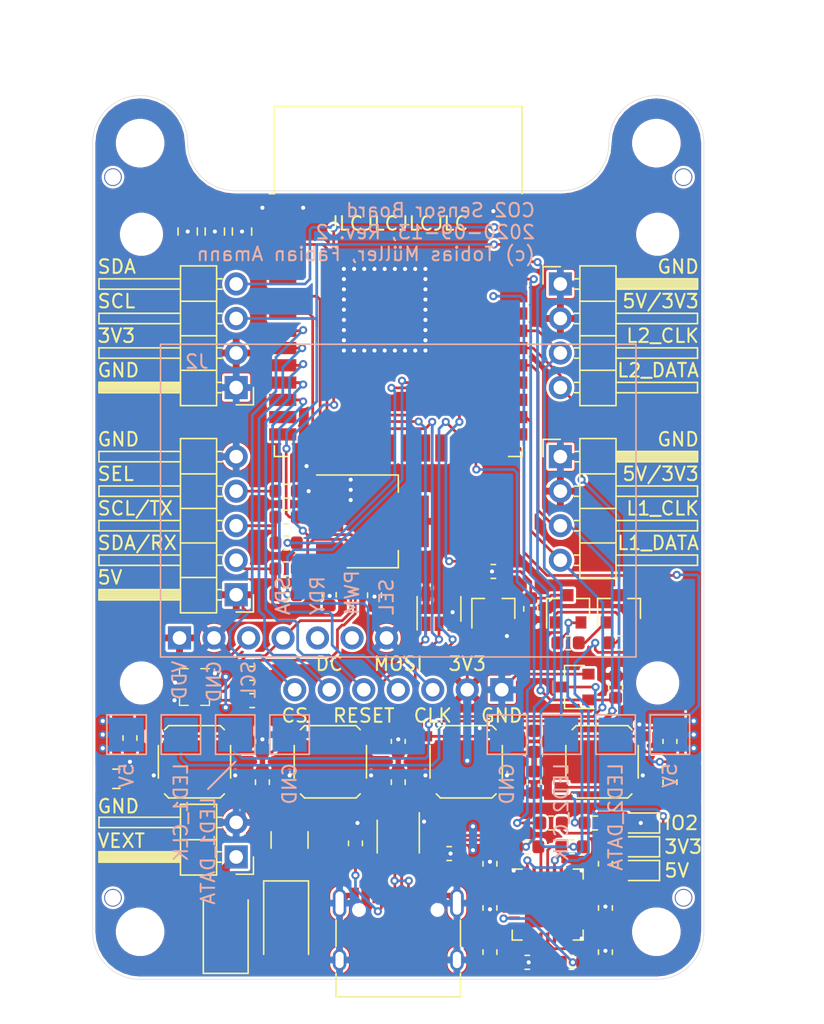
<source format=kicad_pcb>
(kicad_pcb (version 20211014) (generator pcbnew)
  (layers (0 "F.Cu" signal) (31 "B.Cu" signal) (34 "B.Paste" user) (35 "F.Paste" user) (36 "B.SilkS" user "B.Silkscreen") (37 "F.SilkS" user "F.Silkscreen") (38 "B.Mask" user) (39 "F.Mask" user) (44 "Edge.Cuts" user))
  (net 0 "")
  (net 1 "Net-(C2-Pad2)")
  (net 2 "GND")
  (net 3 "+5V")
  (net 4 "+3V3")
  (net 5 "/EN")
  (net 6 "Net-(D1-Pad2)")
  (net 7 "/VBUS")
  (net 8 "/D+")
  (net 9 "/D-")
  (net 10 "Net-(D4-Pad2)")
  (net 11 "Net-(D5-Pad2)")
  (net 12 "/VEXT")
  (net 13 "/SDA")
  (net 14 "/SCL")
  (net 15 "Net-(J5-PadB8)")
  (net 16 "Net-(J5-PadA5)")
  (net 17 "Net-(J5-PadA8)")
  (net 18 "Net-(J5-PadB5)")
  (net 19 "/~{RTS}")
  (net 20 "Net-(Q1-Pad1)")
  (net 21 "/~{DTR}")
  (net 22 "Net-(Q2-Pad1)")
  (net 23 "/RXD")
  (net 24 "/TXD0")
  (net 25 "/TXD")
  (net 26 "/RXD0")
  (net 27 "Net-(R17-Pad2)")
  (net 28 "/IO2")
  (net 29 "Net-(U1-Pad32)")
  (net 30 "Net-(U1-Pad22)")
  (net 31 "Net-(U1-Pad21)")
  (net 32 "Net-(U1-Pad20)")
  (net 33 "Net-(U1-Pad19)")
  (net 34 "Net-(U1-Pad18)")
  (net 35 "Net-(U1-Pad17)")
  (net 36 "Net-(U1-Pad13)")
  (net 37 "Net-(U1-Pad5)")
  (net 38 "Net-(U1-Pad4)")
  (net 39 "Net-(U3-Pad27)")
  (net 40 "Net-(U3-Pad23)")
  (net 41 "Net-(U3-Pad22)")
  (net 42 "Net-(U3-Pad21)")
  (net 43 "Net-(U3-Pad20)")
  (net 44 "Net-(U3-Pad19)")
  (net 45 "Net-(U3-Pad18)")
  (net 46 "Net-(U3-Pad17)")
  (net 47 "Net-(U3-Pad16)")
  (net 48 "Net-(U3-Pad15)")
  (net 49 "Net-(U3-Pad14)")
  (net 50 "Net-(U3-Pad13)")
  (net 51 "Net-(U3-Pad12)")
  (net 52 "Net-(U3-Pad10)")
  (net 53 "Net-(U3-Pad2)")
  (net 54 "Net-(U3-Pad1)")
  (net 55 "/OLED_CS")
  (net 56 "/OLED_DC")
  (net 57 "/OLED_RESET")
  (net 58 "/OLED_MOSI")
  (net 59 "/OLED_CLK")
  (net 60 "Net-(J7-Pad4)")
  (net 61 "Net-(J7-Pad3)")
  (net 62 "Net-(J7-Pad2)")
  (net 63 "Net-(Q3-Pad1)")
  (net 64 "/SPS30_RX")
  (net 65 "/SPS30_TX")
  (net 66 "/LED2_DATA")
  (net 67 "/LED2_CLK")
  (net 68 "/LED1_DATA")
  (net 69 "/LED1_CLK")
  (net 70 "Net-(J2-Pad6)")
  (net 71 "Net-(J2-Pad5)")
  (net 72 "/5V_PREFUSE")
  (net 73 "Net-(D1-Pad1)")
  (net 74 "/BUTTON4")
  (net 75 "/LED_DISABLE")
  (net 76 "/BUTTON1")
  (net 77 "/BUTTON2")
  (net 78 "/BUTTON3")
  (net 79 "Net-(U1-Pad16)")
  (net 80 "Net-(U1-Pad14)")
  (net 81 "Net-(R13-Pad2)")
  (net 82 "Net-(R15-Pad1)")
  (footprint "Capacitor_SMD:C_0603_1608Metric" (layer "F.Cu") (at 165.25 132 -90)
    (fp_text reference "C2" hide)
    (fp_text value "100n/50V")
  )
  (footprint "Capacitor_SMD:C_0603_1608Metric" (layer "F.Cu") (at 144.92 105.715 -90)
    (fp_text reference "C5" hide)
    (fp_text value "10u/10V")
  )
  (footprint "Capacitor_SMD:C_0603_1608Metric" (layer "F.Cu") (at 148.25 105.75 -90)
    (fp_text reference "C6" hide)
    (fp_text value "10u/10V")
  )
  (footprint "Capacitor_SMD:C_0603_1608Metric" (layer "F.Cu") (at 157 104)
    (fp_text reference "C7" hide)
    (fp_text value "2u2/16V")
  )
  (footprint "Diode_SMD:D_SMA" (layer "F.Cu") (at 141.745 130.1625 -90)
    (fp_text reference "D2" hide)
    (fp_text value "SS14")
  )
  (footprint "LED_SMD:LED_0603_1608Metric" (layer "F.Cu") (at 167.75 126 180)
    (fp_text reference "D4" hide)
    (fp_text value "Green")
  )
  (footprint "LED_SMD:LED_0603_1608Metric" (layer "F.Cu") (at 167.75 122.5 180)
    (fp_text reference "D5" hide)
    (fp_text value "Yellow")
  )
  (footprint "Diode_SMD:D_SMA" (layer "F.Cu") (at 137.3 130.1625 90)
    (fp_text reference "D6" hide)
    (fp_text value "SS14")
  )
  (footprint "Connector_USB:USB_C_Receptacle_XKB_U262-16XN-4BVC11" (layer "F.Cu") (at 150 131.5)
    (fp_text reference "J5" hide)
    (fp_text value "USB_C_Receptacle_USB2.0")
  )
  (footprint "Package_TO_SOT_SMD:SOT-23" (layer "F.Cu") (at 162.5 106.75 90)
    (fp_text reference "Q1" hide)
    (fp_text value "S8050")
  )
  (footprint "Package_TO_SOT_SMD:SOT-23" (layer "F.Cu") (at 166.25 106.75 90)
    (fp_text reference "Q2" hide)
    (fp_text value "S8050")
  )
  (footprint "Resistor_SMD:R_0603_1608Metric" (layer "F.Cu") (at 150 119.5 -90)
    (fp_text reference "R3" hide)
    (fp_text value "10k")
  )
  (footprint "Resistor_SMD:R_0603_1608Metric" (layer "F.Cu") (at 162.7875 124.25)
    (fp_text reference "R5" hide)
    (fp_text value "0R")
  )
  (footprint "Resistor_SMD:R_0603_1608Metric" (layer "F.Cu") (at 159.525 124.25)
    (fp_text reference "R6" hide)
    (fp_text value "0R")
  )
  (footprint "Resistor_SMD:R_0603_1608Metric" (layer "F.Cu") (at 139.25 113.5)
    (fp_text reference "R9" hide)
    (fp_text value "4k7 NC")
  )
  (footprint "Resistor_SMD:R_0603_1608Metric" (layer "F.Cu") (at 139.25 111.5)
    (fp_text reference "R10" hide)
    (fp_text value "4k7 NC")
  )
  (footprint "Resistor_SMD:R_0603_1608Metric" (layer "F.Cu") (at 153.75 124.75)
    (fp_text reference "R11" hide)
    (fp_text value "5k1")
  )
  (footprint "Resistor_SMD:R_0603_1608Metric" (layer "F.Cu") (at 146.85 124 -90)
    (fp_text reference "R12" hide)
    (fp_text value "5k1")
  )
  (footprint "Resistor_SMD:R_0603_1608Metric" (layer "F.Cu") (at 156.75 132 -90)
    (fp_text reference "R13" hide)
    (fp_text value "24k")
  )
  (footprint "Resistor_SMD:R_0603_1608Metric" (layer "F.Cu") (at 159.5 132.75)
    (fp_text reference "R14" hide)
    (fp_text value "47k")
  )
  (footprint "Resistor_SMD:R_0603_1608Metric" (layer "F.Cu") (at 165.25 125.5 -90)
    (fp_text reference "R18" hide)
    (fp_text value "15k")
  )
  (footprint "Resistor_SMD:R_0603_1608Metric" (layer "F.Cu") (at 161.25 122.5)
    (fp_text reference "R19" hide)
    (fp_text value "1k5")
  )
  (footprint "Button_Switch_SMD:SW_SPST_XKB_TS-1187A-X-X-X" (layer "F.Cu") (at 135 118)
    (fp_text reference "SW1" hide)
    (fp_text value "USER1")
  )
  (footprint "Button_Switch_SMD:SW_SPST_XKB_TS-1187A-X-X-X" (layer "F.Cu") (at 145 118)
    (fp_text reference "SW2" hide)
    (fp_text value "USER2")
  )
  (footprint "Package_LGA:Bosch_LGA-8_2x2.5mm_P0.65mm_ClockwisePinNumbering" (layer "F.Cu") (at 135 112.5 -90)
    (fp_text reference "U4" hide)
    (fp_text value "BMP280")
  )
  (footprint "RF_Module:ESP32-WROOM-32" (layer "F.Cu") (at 150 85.665)
    (fp_text reference "U1" hide)
    (fp_text value "ESP32-WROOM-32D")
  )
  (footprint "Package_DFN_QFN:QFN-28-1EP_5x5mm_P0.5mm_EP3.35x3.35mm" (layer "F.Cu") (at 161 128.5)
    (fp_text reference "U3" hide)
    (fp_text value "CP2102")
  )
  (footprint "Connector_PinHeader_2.54mm:PinHeader_1x02_P2.54mm_Horizontal" (layer "F.Cu") (at 138.07 125 180)
    (fp_text reference "J4" hide)
    (fp_text value "Power")
  )
  (footprint "Fuse:Fuse_1210_3225Metric" (layer "F.Cu") (at 142 123.75 -90)
    (fp_text reference "F1" hide)
    (fp_text value "SMD1210-050")
  )
  (footprint "Connector_PinHeader_2.54mm:PinHeader_1x04_P2.54mm_Horizontal" (layer "F.Cu") (at 161.93 95.555)
    (fp_text reference "J6" hide)
    (fp_text value "LED")
  )
  (footprint "Resistor_SMD:R_0603_1608Metric" (layer "F.Cu") (at 160 119.5 -90)
    (fp_text reference "R23" hide)
    (fp_text value "10k")
  )
  (footprint "Button_Switch_SMD:SW_SPST_XKB_TS-1187A-X-X-X" (layer "F.Cu") (at 155 118)
    (fp_text reference "SW3" hide)
    (fp_text value "USER3")
  )
  (footprint "Connector_PinHeader_2.54mm:PinHeader_1x04_P2.54mm_Horizontal" (layer "F.Cu") (at 138.07 90.475 180)
    (fp_text reference "J8" hide)
    (fp_text value "I2C")
  )
  (footprint "Resistor_SMD:R_0603_1608Metric" (layer "F.Cu") (at 141.745 105.715)
    (fp_text reference "R29" hide)
    (fp_text value "0R NC")
  )
  (footprint "Resistor_SMD:R_0603_1608Metric" (layer "F.Cu") (at 141.745 103.81)
    (fp_text reference "R30" hide)
    (fp_text value "0R")
  )
  (footprint "Resistor_SMD:R_0603_1608Metric" (layer "F.Cu") (at 141.745 100)
    (fp_text reference "R32" hide)
    (fp_text value "0R")
  )
  (footprint "Resistor_SMD:R_0603_1608Metric" (layer "F.Cu") (at 141.745 98.095)
    (fp_text reference "R33" hide)
    (fp_text value "0R")
  )
  (footprint "Resistor_SMD:R_0603_1608Metric" (layer "F.Cu") (at 170 119.5 -90)
    (fp_text reference "R27" hide)
    (fp_text value "10k")
  )
  (footprint "Button_Switch_SMD:SW_SPST_XKB_TS-1187A-X-X-X" (layer "F.Cu") (at 165 118)
    (fp_text reference "SW4" hide)
    (fp_text value "PROGRAM")
  )
  (footprint "Package_TO_SOT_SMD:SOT-23" (layer "F.Cu") (at 157 106.75 90)
    (fp_text reference "Q3" hide)
    (fp_text value "2N7002")
  )
  (footprint "Resistor_SMD:R_0603_1608Metric" (layer "F.Cu") (at 164.5 122.5)
    (fp_text reference "R16" hide)
    (fp_text value "4k7")
  )
  (footprint "Connector_PinHeader_2.54mm:PinHeader_1x05_P2.54mm_Horizontal" (layer "F.Cu") (at 138.07 105.715 180)
    (fp_text reference "J7" hide)
    (fp_text value "SPS30")
  )
  (footprint "MountingHole:MountingHole_3.2mm_M3" (layer "F.Cu") (at 169 72.5)
    (fp_text reference "REF**" hide)
    (fp_text value "MountingHole_3.2mm_M3")
  )
  (footprint "MountingHole:MountingHole_3.2mm_M3" (layer "F.Cu") (at 131 72.5)
    (fp_text reference "REF**" hide)
    (fp_text value "MountingHole_3.2mm_M3")
  )
  (footprint "MountingHole:MountingHole_3.2mm_M3" (layer "F.Cu") (at 131 130.5)
    (fp_text reference "REF**" hide)
    (fp_text value "MountingHole_3.2mm_M3")
  )
  (footprint "MountingHole:MountingHole_3.2mm_M3" (layer "F.Cu") (at 169 130.5)
    (fp_text reference "REF**" hide)
    (fp_text value "MountingHole_3.2mm_M3")
  )
  (footprint "Display:TZT_154" (layer "F.Cu") (at 157.62 112.7 180)
    (fp_text reference "J1" hide)
    (fp_text value "OLED")
  )
  (footprint "Resistor_SMD:R_0603_1608Metric" (layer "F.Cu") (at 141.745 101.905)
    (fp_text reference "R31" hide)
    (fp_text value "0R NC")
  )
  (footprint "Resistor_SMD:R_0603_1608Metric" (layer "F.Cu") (at 162.5 109.25)
    (fp_text reference "R8" hide)
    (fp_text value "10k")
  )
  (footprint "Resistor_SMD:R_0603_1608Metric" (layer "F.Cu") (at 140 119.5 -90)
    (fp_text reference "R1" hide)
    (fp_text value "10k")
  )
  (footprint "Capacitor_SMD:C_0603_1608Metric" (layer "F.Cu") (at 156.75 125.5 -90)
    (fp_text reference "C3" hide)
    (fp_text value "1u/50V")
  )
  (footprint "Resistor_SMD:R_0603_1608Metric" (layer "F.Cu") (at 162.75 132.75)
    (fp_text reference "R15" hide)
    (fp_text value "4k7")
  )
  (footprint "Resistor_SMD:R_0603_1608Metric" (layer "F.Cu") (at 165.25 128.75 -90)
    (fp_text reference "R17" hide)
    (fp_text value "10k")
  )
  (footprint "Capacitor_SMD:C_0603_1608Metric" (layer "F.Cu") (at 156.75 128.75 -90)
    (fp_text reference "C8" hide)
    (fp_text value "100n/50V")
  )
  (footprint "LED_SMD:LED_0603_1608Metric" (layer "F.Cu") (at 167.75 124.25 180)
    (fp_text reference "D1" hide)
    (fp_text value "Green")
  )
  (footprint "Resistor_SMD:R_0603_1608Metric" (layer "F.Cu") (at 159.75 106.75 -90)
    (fp_text reference "R25" hide)
    (fp_text value "10k")
  )
  (footprint "Package_TO_SOT_SMD:SOT-223-3_TabPin2" (layer "F.Cu") (at 148.095 100.3175)
    (fp_text reference "U2" hide)
    (fp_text value "AMS1117-3.3")
  )
  (footprint "Package_TO_SOT_SMD:SOT-23-5" (layer "F.Cu") (at 153 106.75 90)
    (fp_text reference "U5" hide)
    (fp_text value "74LVC1G02")
  )
  (footprint "Capacitor_SMD:C_0603_1608Metric" (layer "F.Cu") (at 130.25 116.25 90)
    (fp_text reference "C9" hide)
    (fp_text value "100n/50V")
  )
  (footprint "Connector_PinHeader_2.54mm:PinHeader_1x04_P2.54mm_Horizontal" (layer "F.Cu") (at 161.93 82.855)
    (fp_text reference "J3" hide)
    (fp_text value "LED")
  )
  (footprint "Resistor_SMD:R_0603_1608Metric" (layer "F.Cu") (at 166 112.5 -90)
    (fp_text reference "R20" hide)
    (fp_text value "12k")
  )
  (footprint "Package_TO_SOT_SMD:SOT-23" (layer "F.Cu") (at 163 112.5 180)
    (fp_text reference "Q4" hide)
    (fp_text value "2N7002")
  )
  (footprint "Capacitor_SMD:C_0805_2012Metric" (layer "F.Cu") (at 138.5 79 90)
    (fp_text reference "C4" hide)
    (fp_text value "22u/25V")
  )
  (footprint "Package_TO_SOT_SMD:SOT-143" (layer "F.Cu") (at 150 123.5 -90)
    (fp_text reference "D3" hide)
    (fp_text value "SP0503BAHT")
  )
  (footprint "Capacitor_SMD:C_0805_2012Metric" (layer "F.Cu") (at 129.25 119.25)
    (fp_text reference "C1" hide)
    (fp_text value "22u/25V")
  )
  (footprint "Capacitor_SMD:C_0603_1608Metric" (layer "F.Cu") (at 140 116.5 -90)
    (fp_text reference "C10" hide)
    (fp_text value "100n/50V")
  )
  (footprint "Capacitor_SMD:C_0603_1608Metric" (layer "F.Cu") (at 150 116.5 -90)
    (fp_text reference "C11" hide)
    (fp_text value "100n/50V")
  )
  (footprint "Capacitor_SMD:C_0603_1608Metric" (layer "F.Cu") (at 160 116.5 -90)
    (fp_text reference "C12" hide)
    (fp_text value "100n/50V")
  )
  (footprint "Capacitor_SMD:C_0603_1608Metric" (layer "F.Cu") (at 170 116.5 -90)
    (fp_text reference "C13" hide)
    (fp_text value "100n/50V")
  )
  (footprint "Capacitor_SMD:C_0805_2012Metric" (layer "F.Cu") (at 134.5 79 90)
    (fp_text reference "C14" hide)
    (fp_text value "22u/25V")
  )
  (footprint "MountingHole:MountingHole_JLCPCB" (layer "F.Cu") (at 171.25 75)
    (fp_text reference "REF**" hide)
    (fp_text value "MountingHole_JLCPCB")
  )
  (footprint "MountingHole:MountingHole_JLCPCB" (layer "F.Cu") (at 129 75)
    (fp_text reference "REF**" hide)
    (fp_text value "MountingHole_JLCPCB")
  )
  (footprint "MountingHole:MountingHole_JLCPCB" (layer "F.Cu") (at 129 128)
    (fp_text reference "REF**" hide)
    (fp_text value "MountingHole_JLCPCB")
  )
  (footprint "MountingHole:MountingHole_JLCPCB" (layer "F.Cu") (at 171 128)
    (fp_text reference "REF**" hide)
    (fp_text value "MountingHole_JLCPCB")
  )
  (footprint "Capacitor_SMD:C_0805_2012Metric" (layer "F.Cu") (at 136.5 79 90)
    (fp_text reference "C15" hide)
    (fp_text value "22u/25V")
  )
  (footprint "Resistor_SMD:R_0603_1608Metric" (layer "F.Cu") (at 166.2875 109.25)
    (fp_text reference "R7" hide)
    (fp_text value "10k")
  )
  (footprint "Sensor:Sensiron_SCD30" (layer "B.Cu") (at 133.9 108.89)
    (fp_text reference "J2")
    (fp_text value "SCD30")
  )
  (footprint "TestPoint:TestPoint_Pad_2.5x2.5mm" (layer "B.Cu") (at 170 116)
    (fp_text reference "TP2" hide)
    (fp_text value "5V")
  )
  (footprint "TestPoint:TestPoint_Pad_2.5x2.5mm" (layer "B.Cu") (at 134 116)
    (fp_text reference "TP3" hide)
    (fp_text value "LED1_CLK")
  )
  (footprint "TestPoint:TestPoint_Pad_2.5x2.5mm" (layer "B.Cu") (at 138 116)
    (fp_text reference "TP4" hide)
    (fp_text value "LED1_DATA")
  )
  (footprint "TestPoint:TestPoint_Pad_2.5x2.5mm" (layer "B.Cu") (at 162 116)
    (fp_text reference "TP5" hide)
    (fp_text value "LED2_CLK")
  )
  (footprint "TestPoint:TestPoint_Pad_2.5x2.5mm" (layer "B.Cu") (at 166 116)
    (fp_text reference "TP6" hide)
    (fp_text value "LED2_DATA")
  )
  (footprint "TestPoint:TestPoint_Pad_2.5x2.5mm" (layer "B.Cu") (at 142 116)
    (fp_text reference "TP7" hide)
    (fp_text value "GND")
  )
  (footprint "TestPoint:TestPoint_Pad_2.5x2.5mm" (layer "B.Cu") (at 158 116)
    (fp_text reference "TP8" hide)
    (fp_text value "GND")
  )
  (footprint "TestPoint:TestPoint_Pad_2.5x2.5mm" (layer "B.Cu") (at 130 116)
    (fp_text reference "TP1" hide)
    (fp_text value "5V")
  )
  (gr_line (start 138 118) (end 136 120) (layer "B.SilkS") (width 0.1524))
  (gr_line (start 162 76) (end 138 76) (layer "Edge.Cuts") (width 0.0381))
  (gr_line (start 172.5 130.5) (end 172.5 72.5) (layer "Edge.Cuts") (width 0.0381))
  (gr_arc (start 138 76) (mid 135.525126 74.974874) (end 134.5 72.5) (layer "Edge.Cuts") (width 0.0381))
  (gr_line (start 131 134) (end 169 134) (layer "Edge.Cuts") (width 0.0381))
  (gr_arc (start 127.5 72.5) (mid 131 69) (end 134.5 72.5) (layer "Edge.Cuts") (width 0.0381))
  (gr_arc (start 172.5 130.5) (mid 171.474874 132.974874) (end 169 134) (layer "Edge.Cuts") (width 0.0381))
  (gr_arc (start 165.5 72.5) (mid 169 69) (end 172.5 72.5) (layer "Edge.Cuts") (width 0.0381))
  (gr_line (start 127.5 72.5) (end 127.5 130.5) (layer "Edge.Cuts") (width 0.0381))
  (gr_arc (start 165.5 72.5) (mid 164.474874 74.974874) (end 162 76) (layer "Edge.Cuts") (width 0.0381))
  (gr_arc (start 131 134) (mid 128.525126 132.974874) (end 127.5 130.5) (layer "Edge.Cuts") (width 0.0381))
  (gr_text "VDD" (at 133.9 110.4775 90) (layer "B.SilkS") (effects (font (size 1 1)) (justify left mirror)))
  (gr_text "SDA" (at 141.52 107.3025 90) (layer "B.SilkS") (effects (font (size 1 1)) (justify right mirror)))
  (gr_text "SEL" (at 149.14 107.3025 90) (layer "B.SilkS") (effects (font (size 1 1)) (justify right mirror)))
  (gr_text "5V" (at 130 118 90) (layer "B.SilkS") (effects (font (size 1 1)) (justify left mirror)))
  (gr_text "5V" (at 170 118 90) (layer "B.SilkS") (effects (font (size 1 1)) (justify left mirror)))
  (gr_text "GND" (at 158 118 90) (layer "B.SilkS") (effects (font (size 1 1)) (justify left mirror)))
  (gr_text "LED2_CLK" (at 162 118 90) (layer "B.SilkS") (effects (font (size 1 1)) (justify left mirror)))
  (gr_text "RDY" (at 144.06 107.3025 90) (layer "B.SilkS") (effects (font (size 1 1)) (justify right mirror)))
  (gr_text "LED2_DATA" (at 166 118 90) (layer "B.SilkS") (effects (font (size 1 1)) (justify left mirror)))
  (gr_text "SCL" (at 138.98 110.4775 90) (layer "B.SilkS") (effects (font (size 1 1)) (justify left mirror)))
  (gr_text "LED1_CLK" (at 134 118 90) (layer "B.SilkS") (effects (font (size 1 1)) (justify left mirror)))
  (gr_text "CO2 Sensor Board\n2020-09-13, Rev. 2\n(c) Tobias Müller, Fabian Amann" (at 160.16 79.045) (layer "B.SilkS") (effects (font (size 1 1)) (justify left mirror)))
  (gr_text "LED1_DATA" (at 136 120.5 90) (layer "B.SilkS") (effects (font (size 1 1)) (justify left mirror)))
  (gr_text "PWM" (at 146.6 107.3025 90) (layer "B.SilkS") (effects (font (size 1 1)) (justify right mirror)))
  (gr_text "GND" (at 142 118 90) (layer "B.SilkS") (effects (font (size 1 1)) (justify left mirror)))
  (gr_text "GND" (at 136.44 110.4775 90) (layer "B.SilkS") (effects (font (size 1 1)) (justify left mirror)))
  (gr_text "IO2" (at 169.5 122.5) (layer "F.SilkS") (effects (font (size 1 1)) (justify left)))
  (gr_text "GND" (at 172.225 81.585) (layer "F.SilkS") (effects (font (size 1 1)) (justify right)))
  (gr_text "L1_DATA" (at 172.225 101.905) (layer "F.SilkS") (effects (font (size 1 1)) (justify right)))
  (gr_text "5V" (at 127.775 104.445) (layer "F.SilkS") (effects (font (size 1 1)) (justify left)))
  (gr_text "SCL" (at 127.775 84.125) (layer "F.SilkS") (effects (font (size 1 1)) (justify left)))
  (gr_text "CS" (at 142.38 114.605) (layer "F.SilkS") (effects (font (size 1 1))))
  (gr_text "GND" (at 157.62 114.605) (layer "F.SilkS") (effects (font (size 1 1))))
  (gr_text "MOSI" (at 150 110.795) (layer "F.SilkS") (effects (font (size 1 1))))
  (gr_text "L1_CLK" (at 172.225 99.365) (layer "F.SilkS") (effects (font (size 1 1)) (justify right)))
  (gr_text "GND" (at 172.225 94.285) (layer "F.SilkS") (effects (font (size 1 1)) (justify right)))
  (gr_text "JLCJLCJLCJLC" (at 150 78.41) (layer "F.SilkS") (effects (font (size 1 1))))
  (gr_text "CLK" (at 152.54 114.605) (layer "F.SilkS") (effects (font (size 1 1))))
  (gr_text "GND" (at 127.775 121.2725) (layer "F.SilkS") (effects (font (size 1 1)) (justify left)))
  (gr_text "GND" (at 127.775 89.205) (layer "F.SilkS") (effects (font (size 1 1)) (justify left)))
  (gr_text "3V3" (at 169.5 124.25) (layer "F.SilkS") (effects (font (size 1 1)) (justify left)))
  (gr_text "3V3" (at 155.08 110.795) (layer "F.SilkS") (effects (font (size 1 1))))
  (gr_text "5V" (at 169.5 126) (layer "F.SilkS") (effects (font (size 1 1)) (justify left)))
  (gr_text "3V3" (at 127.775 86.665) (layer "F.SilkS") (effects (font (size 1 1)) (justify left)))
  (gr_text "SEL" (at 127.775 96.825) (layer "F.SilkS") (effects (font (size 1 1)) (justify left)))
  (gr_text "5V/3V3" (at 172.225 96.825) (layer "F.SilkS") (effects (font (size 1 1)) (justify right)))
  (gr_text "L2_DATA" (at 172.225 89.205) (layer "F.SilkS") (effects (font (size 1 1)) (justify right)))
  (gr_text "SCL/TX" (at 127.775 99.365) (layer "F.SilkS") (effects (font (size 1 1)) (justify left)))
  (gr_text "GND" (at 127.775 94.285) (layer "F.SilkS") (effects (font (size 1 1)) (justify left)))
  (gr_text "SDA/RX" (at 127.775 101.905) (layer "F.SilkS") (effects (font (size 1 1)) (justify left)))
  (gr_text "RESET" (at 147.46 114.605) (layer "F.SilkS") (effects (font (size 1 1))))
  (gr_text "5V/3V3" (at 172.225 84.125) (layer "F.SilkS") (effects (font (size 1 1)) (justify right)))
  (gr_text "DC" (at 144.92 110.795) (layer "F.SilkS") (effects (font (size 1 1))))
  (gr_text "L2_CLK" (at 172.225 86.665) (layer "F.SilkS") (effects (font (size 1 1)) (justify right)))
  (gr_text "VEXT" (at 127.775 123.8125) (layer "F.SilkS") (effects (font (size 1 1)) (justify left)))
  (gr_text "SDA" (at 127.775 81.585) (layer "F.SilkS") (effects (font (size 1 1)) (justify left)))
  (segment (start 163.5375 132.75) (end 165.2125 132.75) (width 0.4) (layer "F.Cu") (net 1))
  (segment (start 157.75 129.5) (end 157.75 129.527) (width 0.2) (layer "F.Cu") (net 1))
  (segment (start 158.55 129.5) (end 157.75 129.5) (width 0.2) (layer "F.Cu") (net 1))
  (segment (start 163.5375 132.75) (end 162.75 132.75) (width 0.2) (layer "F.Cu") (net 1))
  (segment (start 165.2125 132.75) (end 165.25 132.7875) (width 0.4) (layer "F.Cu") (net 1))
  (segment (start 158.55 129.5) (end 158.15 129.5) (width 0.2) (layer "F.Cu") (net 1))
  (via (at 157.75 129.527) (size 0.6) (drill 0.3) (layers "F.Cu" "B.Cu") (net 1))
  (via (at 162.85 132.75) (size 0.6) (drill 0.3) (layers "F.Cu" "B.Cu") (net 1))
  (via (at 157.75 129.527) (size 0.6) (drill 0.3) (layers "F.Cu" "B.Cu") (net 1))
  (segment (start 157.75 129.527) (end 159.627 129.527) (width 0.2) (layer "B.Cu") (net 1))
  (segment (start 159.627 129.527) (end 162.85 132.75) (width 0.2) (layer "B.Cu") (net 1))
  (segment (start 149.75 87.75) (end 149 87.75) (width 0.2) (layer "F.Cu") (net 2))
  (segment (start 150.5 87.75) (end 149.75 87.75) (width 0.2) (layer "F.Cu") (net 2))
  (segment (start 151.25 87.75) (end 150.5 87.75) (width 0.2) (layer "F.Cu") (net 2))
  (segment (start 152 87.75) (end 152 87) (width 0.2) (layer "F.Cu") (net 2))
  (segment (start 152 87) (end 152 86.25) (width 0.2) (layer "F.Cu") (net 2))
  (segment (start 152 86.25) (end 152 85.5) (width 0.2) (layer "F.Cu") (net 2))
  (segment (start 152 85.5) (end 152 84.75) (width 0.2) (layer "F.Cu") (net 2))
  (segment (start 152 84.75) (end 152 84) (width 0.2) (layer "F.Cu") (net 2))
  (segment (start 152 84) (end 152 83.25) (width 0.2) (layer "F.Cu") (net 2))
  (segment (start 152 83.25) (end 152 82.5) (width 0.2) (layer "F.Cu") (net 2))
  (segment (start 152 82.5) (end 152 81.75) (width 0.2) (layer "F.Cu") (net 2))
  (segment (start 152 81.75) (end 152 81.5) (width 0.2) (layer "F.Cu") (net 2))
  (segment (start 151.25 81.75) (end 150.5 81.75) (width 0.2) (layer "F.Cu") (net 2))
  (segment (start 150.5 81.75) (end 149.75 81.75) (width 0.2) (layer "F.Cu") (net 2))
  (segment (start 149.75 81.75) (end 149 81.75) (width 0.2) (layer "F.Cu") (net 2))
  (segment (start 148.25 81.75) (end 147.5 81.75) (width 0.2) (layer "F.Cu") (net 2))
  (segment (start 147.5 81.75) (end 146.75 81.75) (width 0.2) (layer "F.Cu") (net 2))
  (segment (start 146.75 81.75) (end 146 81.75) (width 0.2) (layer "F.Cu") (net 2))
  (segment (start 146 81.75) (end 146 82.5) (width 0.2) (layer "F.Cu") (net 2))
  (segment (start 146 82.5) (end 146 83.25) (width 0.2) (layer "F.Cu") (net 2))
  (segment (start 146 83.25) (end 146 84) (width 0.2) (layer "F.Cu") (net 2))
  (segment (start 146 84) (end 146 84.75) (width 0.2) (layer "F.Cu") (net 2))
  (segment (start 146 85.5) (end 146 86.25) (width 0.2) (layer "F.Cu") (net 2))
  (segment (start 146 86.25) (end 146 87) (width 0.2) (layer "F.Cu") (net 2))
  (segment (start 146 87) (end 146 87.75) (width 0.2) (layer "F.Cu") (net 2))
  (segment (start 146 87.75) (end 146 87.75) (width 0.2) (layer "F.Cu") (net 2))
  (segment (start 146.75 87.75) (end 147.5 87.75) (width 0.2) (layer "F.Cu") (net 2))
  (segment (start 147.5 87.75) (end 148.25 87.75) (width 0.2) (layer "F.Cu") (net 2))
  (segment (start 148.25 87.75) (end 149 87.75) (width 0.2) (layer "F.Cu") (net 2))
  (segment (start 149 81.75) (end 148.25 81.75) (width 0.2) (layer "F.Cu") (net 2))
  (segment (start 156.2125 104) (end 156.9 104) (width 0.4) (layer "F.Cu") (net 2))
  (segment (start 150.77 122.4) (end 151.9 122.4) (width 0.6) (layer "F.Cu") (net 2))
  (segment (start 146.5 98.75) (end 145.6775 98.75) (width 0.4) (layer "F.Cu") (net 2))
  (segment (start 161 128.5) (end 163.5 131) (width 0.2) (layer "F.Cu") (net 2))
  (segment (start 136.475 111.525) (end 136.5 111.5) (width 0.2) (layer "F.Cu") (net 2))
  (segment (start 153.05 127.83) (end 153.35 127.83) (width 0.2) (layer "F.Cu") (net 2))
  (segment (start 169.775 115.5) (end 168 115.5) (width 0.2) (layer "F.Cu") (net 2))
  (segment (start 131.75 119.25) (end 132 119) (width 0.4) (layer "F.Cu") (net 2))
  (segment (start 146.245 127.83) (end 145.68 128.395) (width 0.4) (layer "F.Cu") (net 2))
  (segment (start 149 84.91) (end 149 87.75) (width 0.4) (layer "F.Cu") (net 2))
  (segment (start 138 119.875) (end 138 119) (width 0.4) (layer "F.Cu") (net 2))
  (segment (start 134.2 112.175) (end 133.575 112.175) (width 0.2) (layer "F.Cu") (net 2))
  (segment (start 153.95 107.05) (end 154 107) (width 0.2) (layer "F.Cu") (net 2))
  (segment (start 146 87.75) (end 146.75 87.75) (width 0.2) (layer "F.Cu") (net 2))
  (segment (start 140.16 77.41) (end 140 77.25) (width 0.4) (layer "F.Cu") (net 2))
  (segment (start 153.35 127.83) (end 153.755 127.83) (width 0.4) (layer "F.Cu") (net 2))
  (segment (start 159.775 115.5) (end 156.027 115.5) (width 0.2) (layer "F.Cu") (net 2))
  (segment (start 161 128.5) (end 158.5 126) (width 0.2) (layer "F.Cu") (net 2))
  (segment (start 160.2875 132.75) (end 159.55 132.75) (width 0.2) (layer "F.Cu") (net 2))
  (segment (start 152 81.75) (end 151.25 81.75) (width 0.2) (layer "F.Cu") (net 2))
  (segment (start 168 119.875) (end 168.4375 119.4375) (width 0.4) (layer "F.Cu") (net 2))
  (segment (start 158.55 128) (end 160.5 128) (width 0.2) (layer "F.Cu") (net 2))
  (segment (start 133.525 113.475) (end 133.527 113.475) (width 0.2) (layer "F.Cu") (net 2))
  (segment (start 146.85 123.2125) (end 146.85 122.65) (width 0.2) (layer "F.Cu") (net 2))
  (segment (start 136.5 79.9375) (end 136.5 79) (width 0.4) (layer "F.Cu") (net 2))
  (segment (start 160.5 128) (end 161 128.5) (width 0.2) (layer "F.Cu") (net 2))
  (segment (start 144.285 95.215) (end 143.25 96.25) (width 0.2) (layer "F.Cu") (net 2))
  (segment (start 146.5 97.25) (end 145.7125 97.25) (width 0.4) (layer "F.Cu") (net 2))
  (segment (start 156.027 115.5) (end 156 115.527) (width 0.2) (layer "F.Cu") (net 2))
  (segment (start 165.25 127.9625) (end 165.25 128.75) (width 0.2) (layer "F.Cu") (net 2))
  (segment (start 168.5375 122.5) (end 167.8 122.5) (width 0.4) (layer "F.Cu") (net 2))
  (segment (start 146 81.75) (end 146 81.75) (width 0.2) (layer "F.Cu") (net 2))
  (segment (start 138.5 79.9375) (end 138.5 79) (width 0.4) (layer "F.Cu") (net 2))
  (segment (start 146.95 127.83) (end 146.65 127.83) (width 0.2) (layer "F.Cu") (net 2))
  (segment (start 152 81.75) (end 152 81.75) (width 0.2) (layer "F.Cu") (net 2))
  (segment (start 153.95 107.85) (end 153.95 107.95) (width 0.2) (layer "F.Cu") (net 2))
  (segment (start 158 119.875) (end 158 119) (width 0.4) (layer "F.Cu") (net 2))
  (segment (start 165.25 131.2125) (end 165.25 131.9) (width 0.2) (layer "F.Cu") (net 2))
  (segment (start 146.85 122.65) (end 147 122.5) (width 0.2) (layer "F.Cu") (net 2))
  (segment (start 141.5 77.41) (end 142.84 77.41) (width 0.4) (layer "F.Cu") (net 2))
  (segment (start 135.8 111.525) (end 136.475 111.525) (width 0.2) (layer "F.Cu") (net 2))
  (segment (start 161 128.5) (end 163.5 126) (width 0.2) (layer "F.Cu") (net 2))
  (segment (start 142.5325 98.095) (end 143.405 98.095) (width 0.4) (layer "F.Cu") (net 2))
  (segment (start 156.75 124.7125) (end 156.75 125.35) (width 0.2) (layer "F.Cu") (net 2))
  (segment (start 170 115.725) (end 169.775 115.5) (width 0.2) (layer "F.Cu") (net 2))
  (segment (start 153.95 107.85) (end 153.95 107.05) (width 0.2) (layer "F.Cu") (net 2))
  (segment (start 145.6775 98.75) (end 144.945 98.0175) (width 0.4) (layer "F.Cu") (net 2))
  (segment (start 130.25 118) (end 130.25 119.1875) (width 0.4) (layer "F.Cu") (net 2))
  (segment (start 150.77 122.02) (end 150.75 122) (width 0.4) (layer "F.Cu") (net 2))
  (segment (start 144.285 94.92) (end 144.285 95.215) (width 0.2) (layer "F.Cu") (net 2))
  (segment (start 154.5375 124.75) (end 153.85 124.75) (width 0.2) (layer "F.Cu") (net 2))
  (segment (start 144.945 98.0175) (end 146.4825 98.0175) (width 0.4) (layer "F.Cu") (net 2))
  (segment (start 144.92 105.77) (end 144.9 105.75) (width 0.2) (layer "F.Cu") (net 2))
  (segment (start 160 115.725) (end 159.775 115.5) (width 0.2) (layer "F.Cu") (net 2))
  (segment (start 156.75 124.7125) (end 156.75 125.45) (width 0.2) (layer "F.Cu") (net 2))
  (segment (start 144.945 98.0175) (end 144.9825 98.0175) (width 0.4) (layer "F.Cu") (net 2))
  (segment (start 152 119.875) (end 152 119) (width 0.4) (layer "F.Cu") (net 2))
  (segment (start 156.75 125.45) (end 156.8 125.5) (width 0.2) (layer "F.Cu") (net 2))
  (segment (start 150 115.725) (end 150 116.4) (width 0.2) (layer "F.Cu") (net 2))
  (segment (start 130.25 119.1875) (end 130.1875 119.25) (width 0.4) (layer "F.Cu") (net 2))
  (segment (start 156.75 129.5375) (end 156.75 128.85) (width 0.2) (layer "F.Cu") (net 2))
  (segment (start 164 111.55) (end 158.77 111.55) (width 0.2) (layer "F.Cu") (net 2))
  (segment (start 146.4825 98.0175) (end 146.5 98) (width 0.4) (layer "F.Cu") (net 2))
  (segment (start 162 119.875) (end 168 119.875) (width 0.2) (layer "F.Cu") (net 2))
  (segment (start 157.95 107.75) (end 157.95 108.7) (width 0.2) (layer "F.Cu") (net 2))
  (segment (start 168.4375 119.4375) (end 168 119) (width 0.4) (layer "F.Cu") (net 2))
  (segment (start 140 115.725) (end 140 116.4) (width 0.2) (layer "F.Cu") (net 2))
  (segment (start 146 84.75) (end 146 85.5) (width 0.2) (layer "F.Cu") (net 2))
  (segment (start 146.65 127.83) (end 146.245 127.83) (width 0.4) (layer "F.Cu") (net 2))
  (segment (start 134.5 79.9375) (end 134.5 79) (width 0.4) (layer "F.Cu") (net 2))
  (segment (start 148 119.875) (end 148 119) (width 0.4) (layer "F.Cu") (net 2))
  (segment (start 134.2 113.475) (end 133.525 113.475) (width 0.2) (layer "F.Cu") (net 2))
  (segment (start 157.09 77.41) (end 157 77.5) (width 0.4) (layer "F.Cu") (net 2))
  (segment (start 153.755 127.83) (end 154.32 128.395) (width 0.4) (layer "F.Cu") (net 2))
  (segment (start 158.77 111.55) (end 157.62 112.7) (width 0.2) (layer "F.Cu") (net 2))
  (segment (start 132 119.875) (end 132 119) (width 0.4) (layer "F.Cu") (net 2))
  (segment (start 152 87.75) (end 152 87.75) (width 0.2) (layer "F.Cu") (net 2))
  (segment (start 148.25 106.5375) (end 148.25 105.8) (width 0.2) (layer "F.Cu") (net 2))
  (segment (start 130.25 118) (end 130.25 117.0375) (width 0.4) (layer "F.Cu") (net 2))
  (segment (start 142.84 77.41) (end 143 77.25) (width 0.4) (layer "F.Cu") (net 2))
  (segment (start 142 119.875) (end 142 119) (width 0.4) (layer "F.Cu") (net 2))
  (segment (start 157.95 108.7) (end 158 108.75) (width 0.2) (layer "F.Cu") (net 2))
  (segment (start 144.92 106.5025) (end 144.92 105.77) (width 0.2) (layer "F.Cu") (net 2))
  (segment (start 168 115.5) (end 167.75 115.25) (width 0.2) (layer "F.Cu") (net 2))
  (segment (start 130.4375 119.25) (end 131.75 119.25) (width 0.4) (layer "F.Cu") (net 2))
  (segment (start 145.7125 97.25) (end 144.945 98.0175) (width 0.4) (layer "F.Cu") (net 2))
  (segment (start 152 87.75) (end 151.25 87.75) (width 0.2) (layer "F.Cu") (net 2))
  (segment (start 158.5 77.41) (end 157.09 77.41) (width 0.4) (layer "F.Cu") (net 2))
  (segment (start 141.5 77.41) (end 140.16 77.41) (width 0.4) (layer "F.Cu") (net 2))
  (via (at 136.5 111.5) (size 0.6) (drill 0.3) (layers "F.Cu" "B.Cu") (net 2))
  (via (at 158.5 126) (size 0.6) (drill 0.3) (layers "F.Cu" "B.Cu") (net 2))
  (via (at 167.75 115.25) (size 0.6) (drill 0.3) (layers "F.Cu" "B.Cu") (net 2))
  (via (at 146.75 87.75) (size 0.6) (drill 0.3) (layers "F.Cu" "B.Cu") (net 2))
  (via (at 146.5 98) (size 0.6) (drill 0.3) (layers "F.Cu" "B.Cu") (net 2))
  (via (at 148 119) (size 0.6) (drill 0.3) (layers "F.Cu" "B.Cu") (net 2))
  (via (at 133.527 113.475) (size 0.6) (drill 0.3) (layers "F.Cu" "B.Cu") (net 2))
  (via (at 152 87.75) (size 0.6) (drill 0.3) (layers "F.Cu" "B.Cu") (net 2))
  (via (at 148.25 81.75) (size 0.6) (drill 0.3) (layers "F.Cu" "B.Cu") (net 2))
  (via (at 140 77.25) (size 0.6) (drill 0.3) (layers "F.Cu" "B.Cu") (net 2))
  (via (at 143 77.25) (size 0.6) (drill 0.3) (layers "F.Cu" "B.Cu") (net 2))
  (via (at 158 119) (size 0.6) (drill 0.3) (layers "F.Cu" "B.Cu") (net 2))
  (via (at 149.75 87.75) (size 0.6) (drill 0.3) (layers "F.Cu" "B.Cu") (net 2))
  (via (at 148.25 105.85) (size 0.6) (drill 0.3) (layers "F.Cu" "B.Cu") (net 2))
  (via (at 133.575 112.175) (size 0.6) (drill 0.3) (layers "F.Cu" "B.Cu") (net 2))
  (via (at 152 86.25) (size 0.6) (drill 0.3) (layers "F.Cu" "B.Cu") (net 2))
  (via (at 146 84) (size 0.6) (drill 0.3) (layers "F.Cu" "B.Cu") (net 2))
  (via (at 146.5 98.75) (size 0.6) (drill 0.3) (layers "F.Cu" "B.Cu") (net 2))
  (via (at 143.25 96.25) (size 0.6) (drill 0.3) (layers "F.Cu" "B.Cu") (net 2))
  (via (at 146 85.5) (size 0.6) (drill 0.3) (layers "F.Cu" "B.Cu") (net 2))
  (via (at 159.6 132.75) (size 0.6) (drill 0.3) (layers "F.Cu" "B.Cu") (net 2))
  (via (at 153.85 124.75) (size 0.6) (drill 0.3) (layers "F.Cu" "B.Cu") (net 2))
  (via (at 151.25 87.75) (size 0.6) (drill 0.3) (layers "F.Cu" "B.Cu") (net 2))
  (via (at 134.5 79) (size 0.6) (drill 0.3) (layers "F.Cu" "B.Cu") (net 2))
  (via (at 150.5 87.75) (size 0.6) (drill 0.3) (layers "F.Cu" "B.Cu") (net 2))
  (via (at 152 119) (size 0.6) (drill 0.3) (layers "F.Cu" "B.Cu") (net 2))
  (via (at 152 81.75) (size 0.6) (drill 0.3) (layers "F.Cu" "B.Cu") (net 2))
  (via (at 149.75 81.75) (size 0.6) (drill 0.3) (layers "F.Cu" "B.Cu") (net 2))
  (via (at 146 87) (size 0.6) (drill 0.3) (layers "F.Cu" "B.Cu") (net 2))
  (via (at 146 84.75) (size 0.6) (drill 0.3) (layers "F.Cu" "B.Cu") (net 2))
  (via (at 142 119) (size 0.6) (drill 0.3) (layers "F.Cu" "B.Cu") (net 2))
  (via (at 138 119) (size 0.6) (drill 0.3) (layers "F.Cu" "B.Cu") (net 2))
  (via (at 146.5 97.25) (size 0.6) (drill 0.3) (layers "F.Cu" "B.Cu") (net 2))
  (via (at 167.85 122.5) (size 0.6) (drill 0.3) (layers "F.Cu" "B.Cu") (net 2))
  (via (at 130.25 118) (size 0.6) (drill 0.3) (layers "F.Cu" "B.Cu") (net 2))
  (via (at 151.9 122.4) (size 0.6) (drill 0.3) (layers "F.Cu" "B.Cu") (net 2))
  (via (at 150.5 81.75) (size 0.6) (drill 0.3) (layers "F.Cu" "B.Cu") (net 2))
  (via (at 150 116.35) (size 0.6) (drill 0.3) (layers "F.Cu" "B.Cu") (net 2))
  (via (at 156.9 104) (size 0.6) (drill 0.3) (layers "F.Cu" "B.Cu") (net 2))
  (via (at 157 77.5) (size 0.6) (drill 0.3) (layers "F.Cu" "B.Cu") (net 2))
  (via (at 163.5 126) (size 0.6) (drill 0.3) (layers "F.Cu" "B.Cu") (net 2))
  (via (at 143.405 98.095) (size 0.6) (drill 0.3) (layers "F.Cu" "B.Cu") (net 2))
  (via (at 156.75 125.35) (size 0.6) (drill 0.3) (layers "F.Cu" "B.Cu") (net 2))
  (via (at 163.5 131) (size 0.6) (drill 0.3) (layers "F.Cu" "B.Cu") (net 2))
  (via (at 132 119) (size 0.6) (drill 0.3) (layers "F.Cu" "B.Cu") (net 2))
  (via (at 156 115.527) (size 0.6) (drill 0.3) (layers "F.Cu" "B.Cu") (net 2))
  (via (at 148.25 87.75) (size 0.6) (drill 0.3) (layers "F.Cu" "B.Cu") (net 2))
  (via (at 144.95 105.8) (size 0.6) (drill 0.3) (layers "F.Cu" "B.Cu") (net 2))
  (via (at 146.75 81.75) (size 0.6) (drill 0.3) (layers "F.Cu" "B.Cu") (net 2))
  (via (at 152 85.5) (size 0.6) (drill 0.3) (layers "F.Cu" "B.Cu") (net 2))
  (via (at 149 87.75) (size 0.6) (drill 0.3) (layers "F.Cu" "B.Cu") (net 2))
  (via (at 147.5 81.75) (size 0.6) (drill 0.3) (layers "F.Cu" "B.Cu") (net 2))
  (via (at 152 82.5) (size 0.6) (drill 0.3) (layers "F.Cu" "B.Cu") (net 2))
  (via (at 154 107) (size 0.6) (drill 0.3) (layers "F.Cu" "B.Cu") (net 2))
  (via (at 147 122.5) (size 0.6) (drill 0.3) (layers "F.Cu" "B.Cu") (net 2))
  (via (at 152 87) (size 0.6) (drill 0.3) (layers "F.Cu" "B.Cu") (net 2))
  (via (at 151.25 81.75) (size 0.6) (drill 0.3) (layers "F.Cu" "B.Cu") (net 2))
  (via (at 146 82.5) (size 0.6) (drill 0.3) (layers "F.Cu" "B.Cu") (net 2))
  (via (at 136.5 79) (size 0.6) (drill 0.3) (layers "F.Cu" "B.Cu") (net 2))
  (via (at 140 116.35) (size 0.6) (drill 0.3) (layers "F.Cu" "B.Cu") (net 2))
  (via (at 147.5 87.75) (size 0.6) (drill 0.3) (layers "F.Cu" "B.Cu") (net 2))
  (via (at 152 83.25) (size 0.6) (drill 0.3) (layers "F.Cu" "B.Cu") (net 2))
  (via (at 156.75 128.85) (size 0.6) (drill 0.3) (layers "F.Cu" "B.Cu") (net 2))
  (via (at 165.25 128.65) (size 0.6) (drill 0.3) (layers "F.Cu" "B.Cu") (net 2))
  (via (at 149 81.75) (size 0.6) (drill 0.3) (layers "F.Cu" "B.Cu") (net 2))
  (via (at 158 108.75) (size 0.6) (drill 0.3) (layers "F.Cu" "B.Cu") (net 2))
  (via (at 168 119) (size 0.6) (drill 0.3) (layers "F.Cu" "B.Cu") (net 2))
  (via (at 146 86.25) (size 0.6) (drill 0.3) (layers "F.Cu" "B.Cu") (net 2))
  (via (at 146 83.25) (size 0.6) (drill 0.3) (layers "F.Cu" "B.Cu") (net 2))
  (via (at 152 84) (size 0.6) (drill 0.3) (layers "F.Cu" "B.Cu") (net 2))
  (via (at 165.25 131.9) (size 0.6) (drill 0.3) (layers "F.Cu" "B.Cu") (net 2))
  (via (at 146 81.75) (size 0.6) (drill 0.3) (layers "F.Cu" "B.Cu") (net 2))
  (via (at 138.5 79) (size 0.6) (drill 0.3) (layers "F.Cu" "B.Cu") (net 2))
  (via (at 146 87.75) (size 0.6) (drill 0.3) (layers "F.Cu" "B.Cu") (net 2))
  (via (at 152 84.75) (size 0.6) (drill 0.3) (layers "F.Cu" "B.Cu") (net 2))
  (segment (start 167.8 122.5) (end 167.8 124.2) (width 0.4) (layer "B.Cu") (net 2))
  (segment (start 148.25 105.8) (end 146.3 105.8) (width 0.2) (layer "B.Cu") (net 2))
  (segment (start 148 119.5) (end 148.25 119.75) (width 0.2) (layer "B.Cu") (net 2))
  (segment (start 136.82 130.32) (end 136.5 130) (width 0.4) (layer "B.Cu") (net 2))
  (segment (start 144.95 105.8) (end 146.3 105.8) (width 0.2) (layer "B.Cu") (net 2))
  (segment (start 163.5 126) (end 167.85 126) (width 0.4) (layer "B.Cu") (net 2))
  (segment (start 152 119.5) (end 152 119) (width 0.2) (layer "B.Cu") (net 2))
  (segment (start 144.9 105.75) (end 144.95 105.8) (width 0.2) (layer "B.Cu") (net 2))
  (segment (start 145.68 130.32) (end 154.32 130.32) (width 0.4) (layer "B.Cu") (net 2))
  (segment (start 140 77.25) (end 143 77.25) (width 0.4) (layer "B.Cu") (net 2))
  (segment (start 150 116.4) (end 150 116.35) (width 0.2) (layer "B.Cu") (net 2))
  (segment (start 145.68 132.575) (end 145.68 130.32) (width 0.4) (layer "B.Cu") (net 2))
  (segment (start 159.25 126.75) (end 163.5 126.75) (width 0.2) (layer "B.Cu") (net 2))
  (segment (start 157.62 112.7) (end 157.62 109.13) (width 0.2) (layer "B.Cu") (net 2))
  (segment (start 165.25 128.75) (end 165.25 128.65) (width 0.2) (layer "B.Cu") (net 2))
  (segment (start 165.25 128.65) (end 163.65 128.65) (width 0.4) (layer "B.Cu") (net 2))
  (segment (start 147 122.5) (end 144.25 122.5) (width 0.2) (layer "B.Cu") (net 2))
  (segment (start 134.25 111.5) (end 133.575 112.175) (width 0.2) (layer "B.Cu") (net 2))
  (segment (start 136.5 122.5) (end 138.53 122.5) (width 0.4) (layer "B.Cu") (net 2))
  (segment (start 158.5 126) (end 159.25 126.75) (width 0.2) (layer "B.Cu") (net 2))
  (segment (start 154.32 128.395) (end 154.32 130.32) (width 0.4) (layer "B.Cu") (net 2))
  (segment (start 163.5 128.5) (end 163.5 126.75) (width 0.4) (layer "B.Cu") (net 2))
  (segment (start 164.4 131.9) (end 163.5 131) (width 0.4) (layer "B.Cu") (net 2))
  (segment (start 138 119) (end 133.75 119) (width 0.4) (layer "B.Cu") (net 2))
  (segment (start 151.75 119.75) (end 152 119.5) (width 0.2) (layer "B.Cu") (net 2))
  (segment (start 165.25 131.9) (end 164.4 131.9) (width 0.4) (layer "B.Cu") (net 2))
  (segment (start 157.62 118.62) (end 158 119) (width 0.2) (layer "B.Cu") (net 2))
  (segment (start 167.8 124.25) (end 167.8 125.95) (width 0.4) (layer "B.Cu") (net 2))
  (segment (start 133.527 113.475) (end 133.527 112.223) (width 0.2) (layer "B.Cu") (net 2))
  (segment (start 138.53 122.5) (end 138.57 122.46) (width 0.4) (layer "B.Cu") (net 2))
  (segment (start 167.8 125.95) (end 167.85 126) (width 0.4) (layer "B.Cu") (net 2))
  (segment (start 136.5 130) (end 136.5 122.5) (width 0.4) (layer "B.Cu") (net 2))
  (segment (start 133.75 119) (end 132 119) (width 0.4) (layer "B.Cu") (net 2))
  (segment (start 145.68 130.32) (end 136.82 130.32) (width 0.4) (layer "B.Cu") (net 2))
  (segment (start 158 125.5) (end 158.5 126) (width 0.4) (layer "B.Cu") (net 2))
  (segment (start 136.5 111.5) (end 134.25 111.5) (width 0.2) (layer "B.Cu") (net 2))
  (segment (start 148 119) (end 148 119.5) (width 0.2) (layer "B.Cu") (net 2))
  (segment (start 145.68 130.32) (end 145.68 128.395) (width 0.4) (layer "B.Cu") (net 2))
  (segment (start 159.55 132.75) (end 159.6 132.75) (width 0.2) (layer "B.Cu") (net 2))
  (segment (start 138.57 119.43) (end 139 119) (width 0.4) (layer "B.Cu") (net 2))
  (segment (start 156.75 125.35) (end 154.45 125.35) (width 0.2) (layer "B.Cu") (net 2))
  (segment (start 156.75 127.75) (end 158.5 126) (width 0.4) (layer "B.Cu") (net 2))
  (segment (start 154 107) (end 156.25 107) (width 0.2) (layer "B.Cu") (net 2))
  (segment (start 158 119) (end 152 119) (width 0.4) (layer "B.Cu") (net 2))
  (segment (start 157.62 109.13) (end 158 108.75) (width 0.2) (layer "B.Cu") (net 2))
  (segment (start 154.45 125.35) (end 153.85 124.75) (width 0.2) (layer "B.Cu") (net 2))
  (segment (start 138.57 122.46) (end 138.57 119.43) (width 0.4) (layer "B.Cu") (net 2))
  (segment (start 133.527 112.223) (end 133.575 112.175) (width 0.2) (layer "B.Cu") (net 2))
  (segment (start 163.65 128.65) (end 163.5 128.5) (width 0.4) (layer "B.Cu") (net 2))
  (segment (start 156.8 125.5) (end 158 125.5) (width 0.4) (layer "B.Cu") (net 2))
  (segment (start 139 119) (end 142 119) (width 0.4) (layer "B.Cu") (net 2))
  (segment (start 157.62 112.7) (end 157.62 118.62) (width 0.2) (layer "B.Cu") (net 2))
  (segment (start 154.32 130.32) (end 154.32 132.575) (width 0.4) (layer "B.Cu") (net 2))
  (segment (start 163.5 131) (end 163.5 128.5) (width 0.4) (layer "B.Cu") (net 2))
  (segment (start 144.21 122.46) (end 144.96 122.46) (width 0.4) (layer "B.Cu") (net 2))
  (segment (start 142 119) (end 148 119) (width 0.4) (layer "B.Cu") (net 2))
  (segment (start 156.75 128.85) (end 156.75 127.75) (width 0.4) (layer "B.Cu") (net 2))
  (segment (start 140 116.4) (end 140 116.35) (width 0.2) (layer "B.Cu") (net 2))
  (segment (start 148.25 119.75) (end 151.75 119.75) (width 0.2) (layer "B.Cu") (net 2))
  (segment (start 138.57 122.46) (end 144.21 122.46) (width 0.4) (layer "B.Cu") (net 2))
  (segment (start 156.25 107) (end 158 108.75) (width 0.2) (layer "B.Cu") (net 2))
  (segment (start 144.25 122.5) (end 144.21 122.46) (width 0.2) (layer "B.Cu") (net 2))
  (segment (start 138 119) (end 139 119) (width 0.4) (layer "B.Cu") (net 2))
  (segment (start 163.5 126.75) (end 163.5 126) (width 0.4) (layer "B.Cu") (net 2))
  (segment (start 155.5 126) (end 155.5 124.5) (width 0.2) (layer "F.Cu") (net 3))
  (segment (start 142.050402 107.3025) (end 139.205 107.3025) (width 0.2) (layer "F.Cu") (net 3))
  (segment (start 138.57 105.715) (end 138.57 106.0325) (width 0.2) (layer "F.Cu") (net 3))
  (segment (start 144.92 104.9275) (end 144.425402 104.9275) (width 0.2) (layer "F.Cu") (net 3))
  (segment (start 156.75 126.2875) (end 156.0375 126.2875) (width 0.2) (layer "F.Cu") (net 3))
  (segment (start 156.0375 126.2875) (end 155.7875 126.2875) (width 0.2) (layer "F.Cu") (net 3))
  (segment (start 144.92 102.6425) (end 144.945 102.6175) (width 0.4) (layer "F.Cu") (net 3))
  (segment (start 155.7875 126.2875) (end 155.5 126) (width 0.2) (layer "F.Cu") (net 3))
  (segment (start 144.92 104.9275) (end 144.92 102.6425) (width 0.4) (layer "F.Cu") (net 3))
  (segment (start 138.57 106.6675) (end 138.57 105.715) (width 0.2) (layer "F.Cu") (net 3))
  (segment (start 156.75 127.9625) (end 156.75 126.2875) (width 0.4) (layer "F.Cu") (net 3))
  (segment (start 139.205 107.3025) (end 138.57 106.6675) (width 0.2) (layer "F.Cu") (net 3))
  (segment (start 144.425402 104.9275) (end 142.050402 107.3025) (width 0.2) (layer "F.Cu") (net 3))
  (via (at 155.5 124.5) (size 0.6) (drill 0.3) (layers "F.Cu" "B.Cu") (net 3))
  (via (at 155.5 122.75) (size 0.6) (drill 0.3) (layers "F.Cu" "B.Cu") (net 3))
  (segment (start 155.5 124.5) (end 155.5 122.75) (width 0.6) (layer "B.Cu") (net 3))
  (segment (start 148.25 100.25) (end 145.0125 100.25) (width 0.2) (layer "F.Cu") (net 4))
  (segment (start 148.25 104.9625) (end 148.25 103.75) (width 0.2) (layer "F.Cu") (net 4))
  (segment (start 131.378898 115.4625) (end 132.795699 114.045699) (width 0.2) (layer "F.Cu") (net 4))
  (segment (start 137.3 114.002) (end 137.3 114.605) (width 0.2) (layer "F.Cu") (net 4))
  (segment (start 151.25 103.75) (end 148.25 103.75) (width 0.2) (layer "F.Cu") (net 4))
  (segment (start 155.08 109.67) (end 156.92 109.67) (width 0.2) (layer "F.Cu") (net 4))
  (segment (start 152.05 105.65) (end 152.05 104.55) (width 0.2) (layer "F.Cu") (net 4))
  (segment (start 152.05 104.55) (end 151.5 104) (width 0.2) (layer "F.Cu") (net 4))
  (segment (start 133 112.75) (end 133 111.6025) (width 0.2) (layer "F.Cu") (net 4))
  (segment (start 170 120.2875) (end 169.9625 120.2875) (width 0.2) (layer "F.Cu") (net 4))
  (segment (start 148.25 103.75) (end 148.25 100.25) (width 0.2) (layer "F.Cu") (net 4))
  (segment (start 163.7125 122.5) (end 163 122.5) (width 0.2) (layer "F.Cu") (net 4))
  (segment (start 145.0125 100.25) (end 144.945 100.3175) (width 0.2) (layer "F.Cu") (net 4))
  (segment (start 136.8725 112.175) (end 137.3 111.7475) (width 0.2) (layer "F.Cu") (net 4))
  (segment (start 156.92 106.92) (end 154 104) (width 0.2) (layer "F.Cu") (net 4))
  (segment (start 151.5 104) (end 151.25 103.75) (width 0.2) (layer "F.Cu") (net 4))
  (segment (start 133.0775 111.525) (end 133 111.6025) (width 0.2) (layer "F.Cu") (net 4))
  (segment (start 132.045699 114.795699) (end 132.795699 114.045699) (width 0.2) (layer "F.Cu") (net 4))
  (segment (start 156.92 109.67) (end 156.92 106.92) (width 0.2) (layer "F.Cu") (net 4))
  (segment (start 159.75 107.5375) (end 159.75 109.25) (width 0.2) (layer "F.Cu") (net 4))
  (segment (start 163 122.5) (end 163 122.473) (width 0.2) (layer "F.Cu") (net 4))
  (segment (start 137.3 114.605) (end 137.490699 114.795699) (width 0.2) (layer "F.Cu") (net 4))
  (segment (start 154 104) (end 151.5 104) (width 0.2) (layer "F.Cu") (net 4))
  (segment (start 169.7875 120.5) (end 170 120.2875) (width 0.2) (layer "F.Cu") (net 4))
  (segment (start 137.490699 114.795699) (end 139.704301 114.795699) (width 0.2) (layer "F.Cu") (net 4))
  (segment (start 134.2 112.825) (end 133.075 112.825) (width 0.2) (layer "F.Cu") (net 4))
  (segment (start 140.0375 114.4625) (end 140.0375 113.5) (width 0.2) (layer "F.Cu") (net 4))
  (segment (start 133 113.841398) (end 133 112.75) (width 0.2) (layer "F.Cu") (net 4))
  (segment (start 163 120.5) (end 169.7875 120.5) (width 0.2) (layer "F.Cu") (net 4))
  (segment (start 156.92 109.67) (end 159.33 109.67) (width 0.2) (layer "F.Cu") (net 4))
  (segment (start 155.08 112.7) (end 155.08 109.67) (width 0.2) (layer "F.Cu") (net 4))
  (segment (start 139.704301 114.795699) (end 140.0375 114.4625) (width 0.2) (layer "F.Cu") (net 4))
  (segment (start 135.8 112.175) (end 136.8725 112.175) (width 0.2) (layer "F.Cu") (net 4))
  (segment (start 159.75 109.25) (end 159.33 109.67) (width 0.2) (layer "F.Cu") (net 4))
  (segment (start 134.2 111.525) (end 133.0775 111.525) (width 0.2) (layer "F.Cu") (net 4))
  (segment (start 148.25 100.25) (end 151.1775 100.25) (width 0.2) (layer "F.Cu") (net 4))
  (segment (start 132.045699 114.795699) (end 137.490699 114.795699) (width 0.2) (layer "F.Cu") (net 4))
  (segment (start 140.0375 113.5) (end 140.0375 111.5) (width 0.2) (layer "F.Cu") (net 4))
  (segment (start 132.795699 114.045699) (end 133 113.841398) (width 0.2) (layer "F.Cu") (net 4))
  (segment (start 133.075 112.825) (end 133 112.75) (width 0.2) (layer "F.Cu") (net 4))
  (segment (start 151.1775 100.25) (end 151.245 100.3175) (width 0.2) (layer "F.Cu") (net 4))
  (segment (start 130.25 115.4625) (end 131.378898 115.4625) (width 0.2) (layer "F.Cu") (net 4))
  (via (at 155.08 117.92) (size 0.6) (drill 0.3) (layers "F.Cu" "B.Cu") (net 4))
  (via (at 163 120.5) (size 0.6) (drill 0.3) (layers "F.Cu" "B.Cu") (net 4))
  (via (at 137.3 114.002) (size 0.6) (drill 0.3) (layers "F.Cu" "B.Cu") (net 4))
  (via (at 137.3 111.7475) (size 0.6) (drill 0.3) (layers "F.Cu" "B.Cu") (net 4))
  (via (at 163 122.473) (size 0.6) (drill 0.3) (layers "F.Cu" "B.Cu") (net 4))
  (segment (start 137.3 111.7475) (end 137.3 114.002) (width 0.2) (layer "B.Cu") (net 4))
  (segment (start 163 122.473) (end 163 120.5) (width 0.2) (layer "B.Cu") (net 4))
  (segment (start 155.08 112.7) (end 155.08 117.92) (width 0.6) (layer "B.Cu") (net 4))
  (segment (start 162.5 105.75) (end 161.25 105.75) (width 0.2) (layer "F.Cu") (net 5))
  (segment (start 157.625 105.625) (end 157.75 105.5) (width 0.2) (layer "F.Cu") (net 5))
  (segment (start 145 92.5) (end 144.75 92.25) (width 0.2) (layer "F.Cu") (net 5))
  (segment (start 157.75 103.25) (end 157 103.25) (width 0.2) (layer "F.Cu") (net 5))
  (segment (start 144.45 79.95) (end 141.5 79.95) (width 0.2) (layer "F.Cu") (net 5))
  (segment (start 146 92.5) (end 151.193038 92.5) (width 0.2) (layer "F.Cu") (net 5))
  (segment (start 157 105.75) (end 157.5 105.75) (width 0.2) (layer "F.Cu") (net 5))
  (segment (start 161.0375 105.9625) (end 161.25 105.75) (width 0.2) (layer "F.Cu") (net 5))
  (segment (start 159.75 105.9625) (end 161.0375 105.9625) (width 0.2) (layer "F.Cu") (net 5))
  (segment (start 157.7875 103.2875) (end 157.75 103.25) (width 0.2) (layer "F.Cu") (net 5))
  (segment (start 157.7875 104) (end 157.7875 103.2875) (width 0.2) (layer "F.Cu") (net 5))
  (segment (start 154.445999 92.445999) (end 154.5 92.5) (width 0.2) (layer "F.Cu") (net 5))
  (segment (start 151.193038 92.5) (end 151.247039 92.445999) (width 0.2) (layer "F.Cu") (net 5))
  (segment (start 157.2875 103.25) (end 157 103.25) (width 0.2) (layer "F.Cu") (net 5))
  (segment (start 157.7875 104) (end 159 104) (width 0.2) (layer "F.Cu") (net 5))
  (segment (start 157.5 105.75) (end 157.625 105.625) (width 0.2) (layer "F.Cu") (net 5))
  (segment (start 157 103.25) (end 153.75 103.25) (width 0.2) (layer "F.Cu") (net 5))
  (segment (start 154.5 92.5) (end 154.5 93) (width 0.2) (layer "F.Cu") (net 5))
  (segment (start 157.7875 105.4625) (end 157.625 105.625) (width 0.2) (layer "F.Cu") (net 5))
  (segment (start 159.75 104.75) (end 159.75 106) (width 0.2) (layer "F.Cu") (net 5))
  (segment (start 146 92.5) (end 145 92.5) (width 0.2) (layer "F.Cu") (net 5))
  (segment (start 144.75 92.25) (end 144.75 80.25) (width 0.2) (layer "F.Cu") (net 5))
  (segment (start 151.247039 92.445999) (end 154.445999 92.445999) (width 0.2) (layer "F.Cu") (net 5))
  (segment (start 144.75 80.25) (end 144.45 79.95) (width 0.2) (layer "F.Cu") (net 5))
  (segment (start 159.75 106) (end 159.75 105.75) (width 0.2) (layer "F.Cu") (net 5))
  (segment (start 157.7875 104) (end 157.7875 105.4625) (width 0.2) (layer "F.Cu") (net 5))
  (segment (start 159 104) (end 159.75 104.75) (width 0.2) (layer "F.Cu") (net 5))
  (via (at 154.5 93) (size 0.6) (drill 0.3) (layers "F.Cu" "B.Cu") (net 5))
  (via (at 153.75 103.25) (size 0.6) (drill 0.3) (layers "F.Cu" "B.Cu") (net 5))
  (segment (start 153.5 103) (end 153.75 103.25) (width 0.2) (layer "B.Cu") (net 5))
  (segment (start 153.5 94) (end 153.5 103) (width 0.2) (layer "B.Cu") (net 5))
  (segment (start 154.5 93) (end 153.5 94) (width 0.2) (layer "B.Cu") (net 5))
  (segment (start 166.9625 124.25) (end 166.9625 124.175) (width 0.4) (layer "F.Cu") (net 6))
  (segment (start 166.9625 124.175) (end 165.2875 122.5) (width 0.4) (layer "F.Cu") (net 6))
  (segment (start 147.75 127.83) (end 147.45 127.83) (width 0.2) (layer "F.Cu") (net 7))
  (segment (start 147.75 127.83) (end 147.75 128.25) (width 0.2) (layer "F.Cu") (net 7))
  (segment (start 157.481231 123.518769) (end 157.827008 123.864548) (width 0.2) (layer "F.Cu") (net 8))
  (segment (start 157.827008 124.077008) (end 157.82701 124.07701) (width 0.2) (layer "F.Cu") (net 8))
  (segment (start 157.82701 128.25) (end 158.07701 128.5) (width 0.2) (layer "F.Cu") (net 8))
  (segment (start 149.75 126.75) (end 149.723 126.75) (width 0.2) (layer "F.Cu") (net 8))
  (segment (start 149.05 124.6) (end 149.05 123.54598) (width 0.2) (layer "F.Cu") (net 8))
  (segment (start 157.82701 124.07701) (end 157.82701 128.25) (width 0.2) (layer "F.Cu") (net 8))
  (segment (start 149.75 125.93) (end 149.05 125.23) (width 0.2) (layer "F.Cu") (net 8))
  (segment (start 158.07701 128.5) (end 158.55 128.5) (width 0.2) (layer "F.Cu") (net 8))
  (segment (start 158.55 128.5) (end 158.24057 128.5) (width 0.2) (layer "F.Cu") (net 8))
  (segment (start 149.75 126.75) (end 149.75 125.93) (width 0.2) (layer "F.Cu") (net 8))
  (segment (start 157.827008 123.864548) (end 157.827008 124.077008) (width 0.2) (layer "F.Cu") (net 8))
  (segment (start 149.05 123.54598) (end 149.17299 123.42299) (width 0.2) (layer "F.Cu") (net 8))
  (segment (start 157.385451 123.42299) (end 157.481231 123.518769) (width 0.2) (layer "F.Cu") (net 8))
  (segment (start 150.75 126.75) (end 150.777 126.75) (width 0.2) (layer "F.Cu") (net 8))
  (segment (start 150.75 127.83) (end 150.75 126.75) (width 0.2) (layer "F.Cu") (net 8))
  (segment (start 149.75 127.83) (end 149.75 126.75) (width 0.2) (layer "F.Cu") (net 8))
  (segment (start 149.17299 123.42299) (end 157.385451 123.42299) (width 0.2) (layer "F.Cu") (net 8))
  (via (at 149.723 126.75) (size 0.6) (drill 0.3) (layers "F.Cu" "B.Cu") (net 8))
  (via (at 150.777 126.75) (size 0.6) (drill 0.3) (layers "F.Cu" "B.Cu") (net 8))
  (segment (start 149.723 126.75) (end 150.777 126.75) (width 0.2) (layer "B.Cu") (net 8))
  (segment (start 158.55 129) (end 157.75 129) (width 0.2) (layer "F.Cu") (net 9))
  (segment (start 157.25 123.75) (end 151 123.75) (width 0.2) (layer "F.Cu") (net 9))
  (segment (start 149.25 127.83) (end 149.25 128.5) (width 0.2) (layer "F.Cu") (net 9))
  (segment (start 150.25 125.93) (end 150.95 125.23) (width 0.2) (layer "F.Cu") (net 9))
  (segment (start 149.25 128.5) (end 149.5 128.75) (width 0.2) (layer "F.Cu") (net 9))
  (segment (start 149.5 128.75) (end 150.2096 128.75) (width 0.2) (layer "F.Cu") (net 9))
  (segment (start 151 124.55) (end 150.95 124.6) (width 0.2) (layer "F.Cu") (net 9))
  (segment (start 151 123.75) (end 151 124.55) (width 0.2) (layer "F.Cu") (net 9))
  (segment (start 157.75 129) (end 157.5 128.75) (width 0.2) (layer "F.Cu") (net 9))
  (segment (start 150.25 127.83) (end 150.25 125.93) (width 0.2) (layer "F.Cu") (net 9))
  (segment (start 150.2096 128.75) (end 150.25 128.7096) (width 0.2) (layer "F.Cu") (net 9))
  (segment (start 150.25 128.7096) (end 150.25 127.83) (width 0.2) (layer "F.Cu") (net 9))
  (segment (start 157.5 124) (end 157.25 123.75) (width 0.2) (layer "F.Cu") (net 9))
  (segment (start 157.5 128.75) (end 157.5 124) (width 0.2) (layer "F.Cu") (net 9))
  (segment (start 166.9625 126) (end 165.5375 126) (width 0.4) (layer "F.Cu") (net 10))
  (segment (start 165.5375 126) (end 165.25 126.2875) (width 0.4) (layer "F.Cu") (net 10))
  (segment (start 166.75 121.75) (end 166.9625 121.9625) (width 0.2) (layer "F.Cu") (net 11))
  (segment (start 162.0375 122.5) (end 162.0375 123.0375) (width 0.2) (layer "F.Cu") (net 11))
  (segment (start 166.9625 121.9625) (end 166.9625 122.5) (width 0.2) (layer "F.Cu") (net 11))
  (segment (start 162.25 123.25) (end 164.25 123.25) (width 0.2) (layer "F.Cu") (net 11))
  (segment (start 164.5 122) (end 164.75 121.75) (width 0.2) (layer "F.Cu") (net 11))
  (segment (start 162.0375 123.0375) (end 162.25 123.25) (width 0.2) (layer "F.Cu") (net 11))
  (segment (start 164.5 123) (end 164.5 122) (width 0.2) (layer "F.Cu") (net 11))
  (segment (start 164.25 123.25) (end 164.5 123) (width 0.2) (layer "F.Cu") (net 11))
  (segment (start 164.75 121.75) (end 166.75 121.75) (width 0.2) (layer "F.Cu") (net 11))
  (segment (start 137.3 125.77) (end 138.07 125) (width 0.6) (layer "F.Cu") (net 12))
  (segment (start 137.3 128.1625) (end 137.3 125.77) (width 0.6) (layer "F.Cu") (net 12))
  (segment (start 145.25 91.723) (end 145.25 81.75) (width 0.2) (layer "F.Cu") (net 13))
  (segment (start 138.4625 110.5375) (end 138.795 110.205) (width 0.2) (layer "F.Cu") (net 13))
  (segment (start 142.5325 103.81) (end 142.31 103.81) (width 0.2) (layer "F.Cu") (net 13))
  (segment (start 138.795 110.205) (end 140.205 110.205) (width 0.2) (layer "F.Cu") (net 13))
  (segment (start 142.79 107.62) (end 145.8725 107.62) (width 0.2) (layer "F.Cu") (net 13))
  (segment (start 135.8 112.825) (end 137.1375 112.825) (width 0.2) (layer "F.Cu") (net 13))
  (segment (start 141.52 108.89) (end 142.79 107.62) (width 0.2) (layer "F.Cu") (net 13))
  (segment (start 143.3325 102.071398) (end 143.3325 102.8325) (width 0.2) (layer "F.Cu") (net 13))
  (segment (start 145.277 91.75) (end 145.25 91.723) (width 0.2) (layer "F.Cu") (net 13))
  (segment (start 146.126601 101.640499) (end 143.763399 101.640499) (width 0.2) (layer "F.Cu") (net 13))
  (segment (start 158.5 78.68) (end 157.07 78.68) (width 0.2) (layer "F.Cu") (net 13))
  (segment (start 137.1375 112.825) (end 138.4625 111.5) (width 0.2) (layer "F.Cu") (net 13))
  (segment (start 146.5075 102.021398) (end 146.126601 101.640499) (width 0.2) (layer "F.Cu") (net 13))
  (segment (start 143.763399 101.640499) (end 143.3325 102.071398) (width 0.2) (layer "F.Cu") (net 13))
  (segment (start 143.3325 102.8325) (end 143.3075 102.8575) (width 0.2) (layer "F.Cu") (net 13))
  (segment (start 145.25 81.75) (end 145.25 78.75) (width 0.2) (layer "F.Cu") (net 13))
  (segment (start 142.5325 102.9675) (end 142.6425 102.8575) (width 0.2) (layer "F.Cu") (net 13))
  (segment (start 142.5325 103.81) (end 142.5325 102.9675) (width 0.2) (layer "F.Cu") (net 13))
  (segment (start 146.5075 106.985) (end 146.5075 102.021398) (width 0.2) (layer "F.Cu") (net 13))
  (segment (start 143.3325 101.3325) (end 143.001321 101.001321) (width 0.2) (layer "F.Cu") (net 13))
  (segment (start 143.3075 102.8575) (end 142.6425 102.8575) (width 0.2) (layer "F.Cu") (net 13))
  (segment (start 143.001321 101.001321) (end 142.974086 101.001321) (width 0.2) (layer "F.Cu") (net 13))
  (segment (start 143.3325 102.071398) (end 143.3325 101.3325) (width 0.2) (layer "F.Cu") (net 13))
  (segment (start 142.5325 103.81) (end 142.5325 103.335) (width 0.2) (layer "F.Cu") (net 13))
  (segment (start 145.8725 107.62) (end 146.5075 106.985) (width 0.2) (layer "F.Cu") (net 13))
  (segment (start 140.205 110.205) (end 141.52 108.89) (width 0.2) (layer "F.Cu") (net 13))
  (segment (start 138.4625 111.5) (end 138.4625 110.5375) (width 0.2) (layer "F.Cu") (net 13))
  (via (at 145.25 78.75) (size 0.6) (drill 0.3) (layers "F.Cu" "B.Cu") (net 13))
  (via (at 142.974086 101.001321) (size 0.6) (drill 0.3) (layers "F.Cu" "B.Cu") (net 13))
  (via (at 157.07 78.68) (size 0.6) (drill 0.3) (layers "F.Cu" "B.Cu") (net 13))
  (via (at 145.277 91.75) (size 0.6) (drill 0.3) (layers "F.Cu" "B.Cu") (net 13))
  (segment (start 143.68 78.68) (end 146.82 78.68) (width 0.2) (layer "B.Cu") (net 13))
  (segment (start 143.5 78.86) (end 143.68 78.68) (width 0.2) (layer "B.Cu") (net 13))
  (segment (start 142.25 100.277235) (end 142.25 99.608002) (width 0.2) (layer "B.Cu") (net 13))
  (segment (start 146.82 78.68) (end 157.07 78.68) (width 0.2) (layer "B.Cu") (net 13))
  (segment (start 142.304001 93.945999) (end 142.304001 99.195999) (width 0.2) (layer "B.Cu") (net 13))
  (segment (start 144.5 91.75) (end 142.304001 93.945999) (width 0.2) (layer "B.Cu") (net 13))
  (segment (start 138.07 82.855) (end 143.145 82.855) (width 0.2) (layer "B.Cu") (net 13))
  (segment (start 142.974086 101.001321) (end 142.25 100.277235) (width 0.2) (layer "B.Cu") (net 13))
  (segment (start 143.5 82.5) (end 143.5 78.86) (width 0.2) (layer "B.Cu") (net 13))
  (segment (start 143.145 82.855) (end 143.5 82.5) (width 0.2) (layer "B.Cu") (net 13))
  (segment (start 145.277 91.75) (end 144.5 91.75) (width 0.2) (layer "B.Cu") (net 13))
  (segment (start 142.304001 99.195999) (end 142.304001 100.331236) (width 0.2) (layer "B.Cu") (net 13))
  (segment (start 142.304001 99.195999) (end 142.304001 99.554001) (width 0.2) (layer "B.Cu") (net 13))
  (segment (start 142.304001 100.331236) (end 142.974086 101.001321) (width 0.2) (layer "B.Cu") (net 13))
  (segment (start 142.25 99.608002) (end 142.304001 99.554001) (width 0.2) (layer "B.Cu") (net 13))
  (segment (start 141.75 94.997923) (end 141.777 94.970923) (width 0.2) (layer "F.Cu") (net 14))
  (segment (start 142 100) (end 142.5325 100) (width 0.2) (layer "F.Cu") (net 14))
  (segment (start 138.4625 113.5) (end 138.4625 113.2875) (width 0.2) (layer "F.Cu") (net 14))
  (segment (start 142.5325 100) (end 143.5 100) (width 0.2) (layer "F.Cu") (net 14))
  (segment (start 143.5 100.9675) (end 143.51625 100.98375) (width 0.2) (layer "F.Cu") (net 14))
  (segment (start 139.25 112.5) (end 139.25 110.75) (width 0.2) (layer "F.Cu") (net 14))
  (segment (start 146.83451 101.58451) (end 146.83451 107.120451) (width 0.2) (layer "F.Cu") (net 14))
  (segment (start 135.8 113.475) (end 138.4375 113.475) (width 0.2) (layer "F.Cu") (net 14))
  (segment (start 141.75 97) (end 141.75 99.75) (width 0.2) (layer "F.Cu") (net 14))
  (segment (start 146.007951 107.94701) (end 145.86299 107.94701) (width 0.2) (layer "F.Cu") (net 14))
  (segment (start 138.4625 113.2875) (end 139.25 112.5) (width 0.2) (layer "F.Cu") (net 14))
  (segment (start 138.435 85.03) (end 138.07 85.395) (width 0.2) (layer "F.Cu") (net 14))
  (segment (start 143.51625 100.98375) (end 143.827001 101.294501) (width 0.2) (layer "F.Cu") (net 14))
  (segment (start 135.8 113.475) (end 135.2175 113.475) (width 0.2) (layer "F.Cu") (net 14))
  (segment (start 135.0775 113.335) (end 135.0775 110.4775) (width 0.2) (layer "F.Cu") (net 14))
  (segment (start 135.0775 110.4775) (end 137.3925 110.4775) (width 0.2) (layer "F.Cu") (net 14))
  (segment (start 146.544501 101.294501) (end 146.83451 101.58451) (width 0.2) (layer "F.Cu") (net 14))
  (segment (start 135.2175 113.475) (end 135.0775 113.335) (width 0.2) (layer "F.Cu") (net 14))
  (segment (start 143.827001 101.294501) (end 146.544501 101.294501) (width 0.2) (layer "F.Cu") (net 14))
  (segment (start 145.522999 109.874501) (end 145.522999 108.287001) (width 0.2) (layer "F.Cu") (net 14))
  (segment (start 144.86549 110.53201) (end 145.522999 109.874501) (width 0.2) (layer "F.Cu") (net 14))
  (segment (start 145.86299 107.94701) (end 145.522999 108.287001) (width 0.2) (layer "F.Cu") (net 14))
  (segment (start 139.25 110.75) (end 139.46799 110.53201) (width 0.2) (layer "F.Cu") (net 14))
  (segment (start 138.4375 113.475) (end 138.4625 113.5) (width 0.2) (layer "F.Cu") (net 14))
  (segment (start 141.75 99.75) (end 142 100) (width 0.2) (layer "F.Cu") (net 14))
  (segment (start 143.5 100) (end 143.5 100.9675) (width 0.2) (layer "F.Cu") (net 14))
  (segment (start 146.83451 107.120451) (end 146.007951 107.94701) (width 0.2) (layer "F.Cu") (net 14))
  (segment (start 137.3925 110.4775) (end 138.98 108.89) (width 0.2) (layer "F.Cu") (net 14))
  (segment (start 141.75 97) (end 141.75 94.997923) (width 0.2) (layer "F.Cu") (net 14))
  (segment (start 139.46799 110.53201) (end 144.86549 110.53201) (width 0.2) (layer "F.Cu") (net 14))
  (segment (start 158.5 79.95) (end 157.05 79.95) (width 0.2) (layer "F.Cu") (net 14))
  (via (at 157.05 79.95) (size 0.6) (drill 0.3) (layers "F.Cu" "B.Cu") (net 14))
  (via (at 141.777 94.970923) (size 0.6) (drill 0.3) (layers "F.Cu" "B.Cu") (net 14))
  (segment (start 141.777 94.970923) (end 141.777 93.723) (width 0.2) (layer "B.Cu") (net 14))
  (segment (start 144 80) (end 144 86) (width 0.2) (layer "B.Cu") (net 14))
  (segment (start 144 86) (end 144 85.5) (width 0.2) (layer "B.Cu") (net 14))
  (segment (start 144.05 79.95) (end 144 80) (width 0.2) (layer "B.Cu") (net 14))
  (segment (start 157.05 79.95) (end 148.3 79.95) (width 0.2) (layer "B.Cu") (net 14))
  (segment (start 144 91.5) (end 144 86) (width 0.2) (layer "B.Cu") (net 14))
  (segment (start 138.07 85.395) (end 143.895 85.395) (width 0.2) (layer "B.Cu") (net 14))
  (segment (start 148.3 79.95) (end 144.05 79.95) (width 0.2) (layer "B.Cu") (net 14))
  (segment (start 143.895 85.395) (end 144 85.5) (width 0.2) (layer "B.Cu") (net 14))
  (segment (start 141.777 93.723) (end 144 91.5) (width 0.2) (layer "B.Cu") (net 14))
  (segment (start 146.85 125.2375) (end 146.85 126.35) (width 0.2) (layer "F.Cu") (net 16))
  (segment (start 148.75 128.75) (end 148.5 129) (width 0.2) (layer "F.Cu") (net 16))
  (segment (start 146.85 124.7875) (end 146.85 126.35) (width 0.2) (layer "F.Cu") (net 16))
  (segment (start 148.75 127.83) (end 148.75 128.75) (width 0.2) (layer "F.Cu") (net 16))
  (via (at 148.5 129) (size 0.6) (drill 0.3) (layers "F.Cu" "B.Cu") (net 16))
  (via (at 146.85 126.35) (size 0.6) (drill 0.3) (layers "F.Cu" "B.Cu") (net 16))
  (segment (start 146.85 127.35) (end 148.5 129) (width 0.2) (layer "B.Cu") (net 16))
  (segment (start 146.85 126.35) (end 146.85 127.35) (width 0.2) (layer "B.Cu") (net 16))
  (segment (start 151.75 127.83) (end 151.75 125.9625) (width 0.2) (layer "F.Cu") (net 18))
  (segment (start 151.75 125.9625) (end 152.9625 124.75) (width 0.2) (layer "F.Cu") (net 18))
  (segment (start 161.5 125.25) (end 161.527 125.25) (width 0.2) (layer "F.Cu") (net 19))
  (segment (start 161.5 126.05) (end 161.5 125.25) (width 0.2) (layer "F.Cu") (net 19))
  (segment (start 163.45 107.75) (end 163.5 107.75) (width 0.2) (layer "F.Cu") (net 19))
  (segment (start 162.527 108.4355) (end 162.527 107.777001) (width 0.2) (layer "F.Cu") (net 19))
  (segment (start 162.527 107.777001) (end 163.222999 107.777001) (width 0.2) (layer "F.Cu") (net 19))
  (segment (start 161.7125 109.25) (end 162.527 108.4355) (width 0.2) (layer "F.Cu") (net 19))
  (segment (start 163.25 107.75) (end 163.5 107.75) (width 0.2) (layer "F.Cu") (net 19))
  (segment (start 163.222999 107.777001) (end 163.25 107.75) (width 0.2) (layer "F.Cu") (net 19))
  (via (at 162.527 107.777001) (size 0.6) (drill 0.3) (layers "F.Cu" "B.Cu") (net 19))
  (via (at 161.527 125.25) (size 0.6) (drill 0.3) (layers "F.Cu" "B.Cu") (net 19))
  (segment (start 162.973 124.777) (end 163.277 124.777) (width 0.2) (layer "B.Cu") (net 19))
  (segment (start 163.527001 124.222999) (end 163.527001 116.027001) (width 0.2) (layer "B.Cu") (net 19))
  (segment (start 162.472999 110.472999) (end 162.472999 107.777001) (width 0.2) (layer "B.Cu") (net 19))
  (segment (start 163.527001 114.277001) (end 162.472999 113.222999) (width 0.2) (layer "B.Cu") (net 19))
  (segment (start 162 124.777) (end 162.973 124.777) (width 0.2) (layer "B.Cu") (net 19))
  (segment (start 163.527001 124.402961) (end 163.527001 124.472999) (width 0.2) (layer "B.Cu") (net 19))
  (segment (start 162.472999 107.777001) (end 162.527 107.777001) (width 0.2) (layer "B.Cu") (net 19))
  (segment (start 163.527001 124.526999) (end 163.277 124.777) (width 0.2) (layer "B.Cu") (net 19))
  (segment (start 161.527 125.25) (end 162 124.777) (width 0.2) (layer "B.Cu") (net 19))
  (segment (start 163.527001 124.402961) (end 163.527001 124.526999) (width 0.2) (layer "B.Cu") (net 19))
  (segment (start 163.152962 124.777) (end 162.973 124.777) (width 0.2) (layer "B.Cu") (net 19))
  (segment (start 162.472999 113.222999) (end 162.472999 110.472999) (width 0.2) (layer "B.Cu") (net 19))
  (segment (start 163.527001 124.402961) (end 163.527001 114.277001) (width 0.2) (layer "B.Cu") (net 19))
  (segment (start 161.5 107.25) (end 161.5 107.75) (width 0.2) (layer "F.Cu") (net 20))
  (segment (start 161.625 107.125) (end 161.5 107.25) (width 0.2) (layer "F.Cu") (net 20))
  (segment (start 166 109.25) (end 166.25 109) (width 0.2) (layer "F.Cu") (net 20))
  (segment (start 161.75 107) (end 161.625 107.125) (width 0.2) (layer "F.Cu") (net 20))
  (segment (start 165.5 109.25) (end 166 109.25) (width 0.2) (layer "F.Cu") (net 20))
  (segment (start 166.25 107.25) (end 166 107) (width 0.2) (layer "F.Cu") (net 20))
  (segment (start 166 107) (end 161.75 107) (width 0.2) (layer "F.Cu") (net 20))
  (segment (start 166.25 109) (end 166.25 107.25) (width 0.2) (layer "F.Cu") (net 20))
  (segment (start 166.75 109.5) (end 167 109.25) (width 0.2) (layer "F.Cu") (net 21))
  (segment (start 167.25 108.5) (end 167.25 107.75) (width 0.2) (layer "F.Cu") (net 21))
  (segment (start 166.79799 109.95201) (end 164.70201 109.95201) (width 0.2) (layer "F.Cu") (net 21))
  (segment (start 167 109.75) (end 166.79799 109.95201) (width 0.2) (layer "F.Cu") (net 21))
  (segment (start 167.075 108.675) (end 167.25 108.5) (width 0.2) (layer "F.Cu") (net 21))
  (segment (start 164.5 109.75) (end 164.5 109.25) (width 0.2) (layer "F.Cu") (net 21))
  (segment (start 159.5 126.05) (end 159.5 125.25) (width 0.2) (layer "F.Cu") (net 21))
  (segment (start 164.70201 109.95201) (end 164.5 109.75) (width 0.2) (layer "F.Cu") (net 21))
  (segment (start 167 109.25) (end 167 109.75) (width 0.2) (layer "F.Cu") (net 21))
  (segment (start 167.075 109.25) (end 167.075 108.675) (width 0.2) (layer "F.Cu") (net 21))
  (via (at 164.5 109.25) (size 0.6) (drill 0.3) (layers "F.Cu" "B.Cu") (net 21))
  (via (at 159.5 125.25) (size 0.6) (drill 0.3) (layers "F.Cu" "B.Cu") (net 21))
  (segment (start 164 114) (end 163 113) (width 0.2) (layer "B.Cu") (net 21))
  (segment (start 163 110.75) (end 164.5 109.25) (width 0.2) (layer "B.Cu") (net 21))
  (segment (start 160.027001 125.777001) (end 161.972999 125.777001) (width 0.2) (layer "B.Cu") (net 21))
  (segment (start 161.972999 125.777001) (end 162.5 125.25) (width 0.2) (layer "B.Cu") (net 21))
  (segment (start 162.5 125.25) (end 163.25 125.25) (width 0.2) (layer "B.Cu") (net 21))
  (segment (start 163.25 125.25) (end 163.39599 125.10401) (width 0.2) (layer "B.Cu") (net 21))
  (segment (start 163 113) (end 163 111) (width 0.2) (layer "B.Cu") (net 21))
  (segment (start 164 124.75) (end 164 114.5) (width 0.2) (layer "B.Cu") (net 21))
  (segment (start 164 114.5) (end 164 114) (width 0.2) (layer "B.Cu") (net 21))
  (segment (start 163 111) (end 163 110.75) (width 0.2) (layer "B.Cu") (net 21))
  (segment (start 163.39599 125.10401) (end 163.64599 125.10401) (width 0.2) (layer "B.Cu") (net 21))
  (segment (start 163.64599 125.10401) (end 164 124.75) (width 0.2) (layer "B.Cu") (net 21))
  (segment (start 159.5 125.25) (end 160.027001 125.777001) (width 0.2) (layer "B.Cu") (net 21))
  (segment (start 163.75 109.25) (end 165.25 107.75) (width 0.2) (layer "F.Cu") (net 22))
  (segment (start 163.2875 109.25) (end 163.75 109.25) (width 0.2) (layer "F.Cu") (net 22))
  (segment (start 161 126.05) (end 161 124.5) (width 0.2) (layer "F.Cu") (net 23))
  (segment (start 161 124.5) (end 161.25 124.25) (width 0.2) (layer "F.Cu") (net 23))
  (segment (start 161.25 124.25) (end 162 124.25) (width 0.2) (layer "F.Cu") (net 23))
  (segment (start 158.5 81.22) (end 160.22 81.22) (width 0.2) (layer "F.Cu") (net 24))
  (segment (start 158.47 81.25) (end 158.5 81.22) (width 0.2) (layer "F.Cu") (net 24))
  (segment (start 163.575 124.25) (end 162.85 124.25) (width 0.2) (layer "F.Cu") (net 24))
  (segment (start 160.22 81.22) (end 160.25 81.25) (width 0.2) (layer "F.Cu") (net 24))
  (via (at 162.9 124.25) (size 0.6) (drill 0.3) (layers "F.Cu" "B.Cu") (net 24))
  (via (at 160.25 81.25) (size 0.6) (drill 0.3) (layers "F.Cu" "B.Cu") (net 24))
  (segment (start 160.5 83) (end 160.25 83.25) (width 0.2) (layer "B.Cu") (net 24))
  (segment (start 160.75 124.25) (end 162.9 124.25) (width 0.2) (layer "B.Cu") (net 24))
  (segment (start 161.5 105.25) (end 161.5 113.25) (width 0.2) (layer "B.Cu") (net 24))
  (segment (start 160.25 81.25) (end 160.5 81.5) (width 0.2) (layer "B.Cu") (net 24))
  (segment (start 160.5 81.5) (end 160.5 83) (width 0.2) (layer "B.Cu") (net 24))
  (segment (start 160.25 83.25) (end 160.25 104) (width 0.2) (layer "B.Cu") (net 24))
  (segment (start 161.5 113.25) (end 160.5 114.25) (width 0.2) (layer "B.Cu") (net 24))
  (segment (start 160.5 124) (end 160.75 124.25) (width 0.2) (layer "B.Cu") (net 24))
  (segment (start 160.5 114.25) (end 160.5 124) (width 0.2) (layer "B.Cu") (net 24))
  (segment (start 162.85 124.25) (end 162.9 124.25) (width 0.2) (layer "B.Cu") (net 24))
  (segment (start 160.25 104) (end 161.5 105.25) (width 0.2) (layer "B.Cu") (net 24))
  (segment (start 160.5 126.05) (end 160.5 124.4375) (width 0.2) (layer "F.Cu") (net 25))
  (segment (start 160.5 124.4375) (end 160.3125 124.25) (width 0.2) (layer "F.Cu") (net 25))
  (segment (start 159.973 82.5) (end 158.51 82.5) (width 0.2) (layer "F.Cu") (net 26))
  (segment (start 158.51 82.5) (end 158.5 82.49) (width 0.2) (layer "F.Cu") (net 26))
  (segment (start 158.7375 124.25) (end 159.55 124.25) (width 0.2) (layer "F.Cu") (net 26))
  (segment (start 159.55 124.25) (end 159.4 124.25) (width 0.2) (layer "F.Cu") (net 26))
  (via (at 159.4 124.25) (size 0.6) (drill 0.3) (layers "F.Cu" "B.Cu") (net 26))
  (via (at 159.973 82.5) (size 0.6) (drill 0.3) (layers "F.Cu" "B.Cu") (net 26))
  (segment (start 159.75 82.723) (end 159.75 104.25) (width 0.2) (layer "B.Cu") (net 26))
  (segment (start 159.4 124.25) (end 159.55 124.25) (width 0.2) (layer "B.Cu") (net 26))
  (segment (start 160 123.65) (end 159.4 124.25) (width 0.2) (layer "B.Cu") (net 26))
  (segment (start 159.973 82.5) (end 159.75 82.723) (width 0.2) (layer "B.Cu") (net 26))
  (segment (start 160 114) (end 160 123.65) (width 0.2) (layer "B.Cu") (net 26))
  (segment (start 159.75 104.25) (end 161 105.5) (width 0.2) (layer "B.Cu") (net 26))
  (segment (start 161 113) (end 160 114) (width 0.2) (layer "B.Cu") (net 26))
  (segment (start 161 105.5) (end 161 113) (width 0.2) (layer "B.Cu") (net 26))
  (segment (start 164 131.75) (end 164.25 131.5) (width 0.2) (layer "F.Cu") (net 27))
  (segment (start 161.424961 131.75) (end 161 131.325039) (width 0.2) (layer "F.Cu") (net 27))
  (segment (start 164.4625 129.5375) (end 165.25 129.5375) (width 0.2) (layer "F.Cu") (net 27))
  (segment (start 164.25 129.75) (end 164.4625 129.5375) (width 0.2) (layer "F.Cu") (net 27))
  (segment (start 161.424961 131.75) (end 164 131.75) (width 0.2) (layer "F.Cu") (net 27))
  (segment (start 161 131.325039) (end 161 130.95) (width 0.2) (layer "F.Cu") (net 27))
  (segment (start 164.25 131.5) (end 164.25 129.75) (width 0.2) (layer "F.Cu") (net 27))
  (segment (start 158.75 122.5) (end 160.4625 122.5) (width 0.2) (layer "F.Cu") (net 28))
  (segment (start 155.715 96.465) (end 155.75 96.5) (width 0.2) (layer "F.Cu") (net 28))
  (segment (start 155.715 94.92) (end 155.715 96.465) (width 0.2) (layer "F.Cu") (net 28))
  (via (at 155.75 96.5) (size 0.6) (drill 0.3) (layers "F.Cu" "B.Cu") (net 28))
  (via (at 158.75 122.5) (size 0.6) (drill 0.3) (layers "F.Cu" "B.Cu") (net 28))
  (via (at 155.75 96.5) (size 0.6) (drill 0.3) (layers "F.Cu" "B.Cu") (net 28))
  (segment (start 158.75 104.75) (end 158.75 96.75) (width 0.2) (layer "B.Cu") (net 28))
  (segment (start 160 112.25) (end 160 106) (width 0.2) (layer "B.Cu") (net 28))
  (segment (start 159.5 112.75) (end 160 112.25) (width 0.2) (layer "B.Cu") (net 28))
  (segment (start 160 106) (end 158.75 104.75) (width 0.2) (layer "B.Cu") (net 28))
  (segment (start 158.75 122.5) (end 159.5 121.75) (width 0.2) (layer "B.Cu") (net 28))
  (segment (start 158.5 96.5) (end 155.75 96.5) (width 0.2) (layer "B.Cu") (net 28))
  (segment (start 159.5 121.75) (end 159.5 112.75) (width 0.2) (layer "B.Cu") (net 28))
  (segment (start 158.75 96.75) (end 158.5 96.5) (width 0.2) (layer "B.Cu") (net 28))
  (segment (start 142.95 86.3) (end 143 86.25) (width 0.2) (layer "F.Cu") (net 55))
  (segment (start 141.5 86.3) (end 142.95 86.3) (width 0.2) (layer "F.Cu") (net 55))
  (via (at 143 86.25) (size 0.6) (drill 0.3) (layers "F.Cu" "B.Cu") (net 55))
  (segment (start 139.25 92.5) (end 141 90.75) (width 0.2) (layer "B.Cu") (net 55))
  (segment (start 137.6175 108.3825) (end 139.25 106.75) (width 0.2) (layer "B.Cu") (net 55))
  (segment (start 138.2525 110.16) (end 137.6175 109.525) (width 0.2) (layer "B.Cu") (net 55))
  (segment (start 137.6175 109.525) (end 137.6175 108.3825) (width 0.2) (layer "B.Cu") (net 55))
  (segment (start 142.38 112.7) (end 139.84 110.16) (width 0.2) (layer "B.Cu") (net 55))
  (segment (start 139.25 106.75) (end 139.25 92.5) (width 0.2) (layer "B.Cu") (net 55))
  (segment (start 139.84 110.16) (end 138.2525 110.16) (width 0.2) (layer "B.Cu") (net 55))
  (segment (start 141 90.75) (end 141 88.25) (width 0.2) (layer "B.Cu") (net 55))
  (segment (start 141 88.25) (end 143 86.25) (width 0.2) (layer "B.Cu") (net 55))
  (segment (start 141.5 87.57) (end 142.93 87.57) (width 0.2) (layer "F.Cu") (net 56))
  (via (at 142.93 87.57) (size 0.6) (drill 0.3) (layers "F.Cu" "B.Cu") (net 56))
  (segment (start 141.5 89) (end 142.93 87.57) (width 0.2) (layer "B.Cu") (net 56))
  (segment (start 140.1575 109.525) (end 140.1575 107.3025) (width 0.2) (layer "B.Cu") (net 56))
  (segment (start 144.92 112.7) (end 142.38 110.16) (width 0.2) (layer "B.Cu") (net 56))
  (segment (start 140.7925 110.16) (end 140.1575 109.525) (width 0.2) (layer "B.Cu") (net 56))
  (segment (start 141.5 91) (end 141.5 89) (width 0.2) (layer "B.Cu") (net 56))
  (segment (start 139.75 92.75) (end 141.5 91) (width 0.2) (layer "B.Cu") (net 56))
  (segment (start 140.1575 107.3025) (end 139.75 106.895) (width 0.2) (layer "B.Cu") (net 56))
  (segment (start 142.38 110.16) (end 140.7925 110.16) (width 0.2) (layer "B.Cu") (net 56))
  (segment (start 139.75 106.895) (end 139.75 92.75) (width 0.2) (layer "B.Cu") (net 56))
  (segment (start 141.5 88.84) (end 141.34 88.84) (width 0.2) (layer "F.Cu") (net 57))
  (segment (start 141.5 88.84) (end 142.91 88.84) (width 0.2) (layer "F.Cu") (net 57))
  (segment (start 142.91 88.84) (end 143 88.75) (width 0.2) (layer "F.Cu") (net 57))
  (via (at 143 88.75) (size 0.6) (drill 0.3) (layers "F.Cu" "B.Cu") (net 57))
  (segment (start 143.015 110.16) (end 142.597001 109.742001) (width 0.2) (layer "B.Cu") (net 57))
  (segment (start 147.46 112.7) (end 144.92 110.16) (width 0.2) (layer "B.Cu") (net 57))
  (segment (start 141.11 107.62) (end 140.245 106.755) (width 0.2) (layer "B.Cu") (net 57))
  (segment (start 140.245 106.255) (end 140.25 106.25) (width 0.2) (layer "B.Cu") (net 57))
  (segment (start 142 90.75) (end 142 90) (width 0.2) (layer "B.Cu") (net 57))
  (segment (start 140.25 106.25) (end 140.25 93) (width 0.2) (layer "B.Cu") (net 57))
  (segment (start 142 91.25) (end 142 90.75) (width 0.2) (layer "B.Cu") (net 57))
  (segment (start 142 90.75) (end 142 89.75) (width 0.2) (layer "B.Cu") (net 57))
  (segment (start 144.92 110.16) (end 143.015 110.16) (width 0.2) (layer "B.Cu") (net 57))
  (segment (start 142.38 107.62) (end 141.11 107.62) (width 0.2) (layer "B.Cu") (net 57))
  (segment (start 140.25 93) (end 142 91.25) (width 0.2) (layer "B.Cu") (net 57))
  (segment (start 142.597001 109.742001) (end 142.597001 107.837001) (width 0.2) (layer "B.Cu") (net 57))
  (segment (start 142.597001 107.837001) (end 142.38 107.62) (width 0.2) (layer "B.Cu") (net 57))
  (segment (start 142 89.75) (end 143 88.75) (width 0.2) (layer "B.Cu") (net 57))
  (segment (start 140.245 106.755) (end 140.245 106.255) (width 0.2) (layer "B.Cu") (net 57))
  (segment (start 142.86 90.11) (end 141.5 90.11) (width 0.2) (layer "F.Cu") (net 58))
  (segment (start 141.5 90.11) (end 142.89 90.11) (width 0.2) (layer "F.Cu") (net 58))
  (segment (start 143 90.25) (end 142.86 90.11) (width 0.2) (layer "F.Cu") (net 58))
  (via (at 143 90.25) (size 0.6) (drill 0.3) (layers "F.Cu" "B.Cu") (net 58))
  (segment (start 147.46 110.16) (end 145.8725 110.16) (width 0.2) (layer "B.Cu") (net 58))
  (segment (start 145.137001 109.424501) (end 145.137001 107.202001) (width 0.2) (layer "B.Cu") (net 58))
  (segment (start 142.375 90.875) (end 143 90.25) (width 0.2) (layer "B.Cu") (net 58))
  (segment (start 145.8725 110.16) (end 145.137001 109.424501) (width 0.2) (layer "B.Cu") (net 58))
  (segment (start 140.75 93.25) (end 142.375 91.625) (width 0.2) (layer "B.Cu") (net 58))
  (segment (start 144.92 106.985) (end 141.4275 106.985) (width 0.2) (layer "B.Cu") (net 58))
  (segment (start 145.137001 107.202001) (end 144.92 106.985) (width 0.2) (layer "B.Cu") (net 58))
  (segment (start 140.75 106.3075) (end 140.75 93.25) (width 0.2) (layer "B.Cu") (net 58))
  (segment (start 141.4275 106.985) (end 140.75 106.3075) (width 0.2) (layer "B.Cu") (net 58))
  (segment (start 142.375 91.625) (end 142.375 90.875) (width 0.2) (layer "B.Cu") (net 58))
  (segment (start 150 112.7) (end 147.46 110.16) (width 0.2) (layer "B.Cu") (net 58))
  (segment (start 141.5 91.38) (end 142.88 91.38) (width 0.2) (layer "F.Cu") (net 59))
  (segment (start 142.88 91.38) (end 143 91.5) (width 0.2) (layer "F.Cu") (net 59))
  (via (at 143 91.5) (size 0.6) (drill 0.3) (layers "F.Cu" "B.Cu") (net 59))
  (segment (start 148.44103 110.44897) (end 147.7775 109.78544) (width 0.2) (layer "B.Cu") (net 59))
  (segment (start 141.25 93.5) (end 143 91.75) (width 0.2) (layer "B.Cu") (net 59))
  (segment (start 150.28897 110.44897) (end 148.44103 110.44897) (width 0.2) (layer "B.Cu") (net 59))
  (segment (start 152.54 112.7) (end 150.28897 110.44897) (width 0.2) (layer "B.Cu") (net 59))
  (segment (start 147.7775 106.6675) (end 147.46 106.35) (width 0.2) (layer "B.Cu") (net 59))
  (segment (start 141.25 106.1725) (end 141.25 93.5) (width 0.2) (layer "B.Cu") (net 59))
  (segment (start 147.46 106.35) (end 141.4275 106.35) (width 0.2) (layer "B.Cu") (net 59))
  (segment (start 147.7775 109.78544) (end 147.7775 106.6675) (width 0.2) (layer "B.Cu") (net 59))
  (segment (start 143 91.75) (end 143 91.5) (width 0.2) (layer "B.Cu") (net 59))
  (segment (start 141.4275 106.35) (end 141.25 106.1725) (width 0.2) (layer "B.Cu") (net 59))
  (segment (start 138.07 98.095) (end 140.9575 98.095) (width 0.2) (layer "F.Cu") (net 60))
  (segment (start 140.932 100.635) (end 140.9575 100.6095) (width 0.2) (layer "F.Cu") (net 61))
  (segment (start 138.07 100.635) (end 140.932 100.635) (width 0.2) (layer "F.Cu") (net 61))
  (segment (start 140.9575 100) (end 140.9575 100.6095) (width 0.2) (layer "F.Cu") (net 61))
  (segment (start 140.9575 100.6095) (end 140.9575 101.905) (width 0.2) (layer "F.Cu") (net 61))
  (segment (start 138.705 103.81) (end 138.07 103.175) (width 0.2) (layer "F.Cu") (net 62))
  (segment (start 140.9575 103.81) (end 140.9575 105.715) (width 0.2) (layer "F.Cu") (net 62))
  (segment (start 140.9575 103.81) (end 138.705 103.81) (width 0.2) (layer "F.Cu") (net 62))
  (segment (start 156.05 107.75) (end 156.05 107.05) (width 0.2) (layer "F.Cu") (net 63))
  (segment (start 156.05 107.05) (end 154.65 105.65) (width 0.2) (layer "F.Cu") (net 63))
  (segment (start 154.65 105.65) (end 153.95 105.65) (width 0.2) (layer "F.Cu") (net 63))
  (segment (start 158.5 90.11) (end 150.412 90.11) (width 0.2) (layer "F.Cu") (net 64))
  (segment (start 142.5325 105.715) (end 141.815 105.715) (width 0.4) (layer "F.Cu") (net 64))
  (segment (start 150.412 90.11) (end 150.275 89.973) (width 0.2) (layer "F.Cu") (net 64))
  (segment (start 141.815 105.715) (end 141.8 105.7) (width 0.4) (layer "F.Cu") (net 64))
  (via (at 141.85 105.7) (size 0.6) (drill 0.3) (layers "F.Cu" "B.Cu") (net 64))
  (via (at 150.275 89.973) (size 0.6) (drill 0.3) (layers "F.Cu" "B.Cu") (net 64))
  (segment (start 141.85 105.7) (end 141.85 102.9) (width 0.2) (layer "B.Cu") (net 64))
  (segment (start 150.275 97.275) (end 150.275 90.725) (width 0.2) (layer "B.Cu") (net 64))
  (segment (start 141.85 102.9) (end 142.35 102.4) (width 0.2) (layer "B.Cu") (net 64))
  (segment (start 142.35 102.4) (end 145.15 102.4) (width 0.2) (layer "B.Cu") (net 64))
  (segment (start 150.275 90.725) (end 150.275 89.973) (width 0.2) (layer "B.Cu") (net 64))
  (segment (start 145.15 102.4) (end 150.275 97.275) (width 0.2) (layer "B.Cu") (net 64))
  (segment (start 141.8 105.7) (end 141.85 105.7) (width 0.4) (layer "B.Cu") (net 64))
  (segment (start 156.25 90.5) (end 149.5 90.5) (width 0.2) (layer "F.Cu") (net 65))
  (segment (start 142.5325 101.905) (end 141.805 101.905) (width 0.4) (layer "F.Cu") (net 65))
  (segment (start 156.25 90.5) (end 157.13 91.38) (width 0.2) (layer "F.Cu") (net 65))
  (segment (start 157.13 91.38) (end 158.5 91.38) (width 0.2) (layer "F.Cu") (net 65))
  (segment (start 141.805 101.905) (end 141.8 101.9) (width 0.4) (layer "F.Cu") (net 65))
  (via (at 141.85 101.9) (size 0.6) (drill 0.3) (layers "F.Cu" "B.Cu") (net 65))
  (via (at 149.5 90.5) (size 0.6) (drill 0.3) (layers "F.Cu" "B.Cu") (net 65))
  (segment (start 145.1 101.9) (end 149.75 97.25) (width 0.2) (layer "B.Cu") (net 65))
  (segment (start 141.8 101.9) (end 141.85 101.9) (width 0.4) (layer "B.Cu") (net 65))
  (segment (start 149.75 97.25) (end 149.75 90.75) (width 0.2) (layer "B.Cu") (net 65))
  (segment (start 141.85 101.9) (end 145.1 101.9) (width 0.2) (layer "B.Cu") (net 65))
  (segment (start 149.5 90.5) (end 149.75 90.75) (width 0.2) (layer "B.Cu") (net 65))
  (segment (start 163.5 97.25) (end 163.5 92.045) (width 0.2) (layer "F.Cu") (net 66))
  (segment (start 161.93 89.578) (end 159.922 87.57) (width 0.2) (layer "F.Cu") (net 66))
  (segment (start 161.93 90.475) (end 161.93 89.578) (width 0.2) (layer "F.Cu") (net 66))
  (segment (start 163.5 92.045) (end 161.93 90.475) (width 0.2) (layer "F.Cu") (net 66))
  (segment (start 159.922 87.57) (end 158.5 87.57) (width 0.2) (layer "F.Cu") (net 66))
  (via (at 163.5 97.25) (size 0.6) (drill 0.3) (layers "F.Cu" "B.Cu") (net 66))
  (segment (start 166.25 100) (end 163.5 97.25) (width 0.2) (layer "B.Cu") (net 66))
  (segment (start 166.277001 114.722999) (end 166.277001 113.777001) (width 0.2) (layer "B.Cu") (net 66))
  (segment (start 166 116) (end 166 115) (width 0.2) (layer "B.Cu") (net 66))
  (segment (start 166.277001 113.777001) (end 166.25 113.75) (width 0.2) (layer "B.Cu") (net 66))
  (segment (start 166 116) (end 166 115.25) (width 0.2) (layer "B.Cu") (net 66))
  (segment (start 166.25 113.75) (end 166.25 100) (width 0.2) (layer "B.Cu") (net 66))
  (segment (start 166 115) (end 166.277001 114.722999) (width 0.2) (layer "B.Cu") (net 66))
  (segment (start 161.93 87.935) (end 160.295 86.3) (width 0.2) (layer "F.Cu") (net 67))
  (segment (start 160.295 86.3) (end 158.5 86.3) (width 0.2) (layer "F.Cu") (net 67))
  (segment (start 162 105) (end 160.75 103.75) (width 0.2) (layer "B.Cu") (net 67))
  (segment (start 160.75 89.115) (end 161.93 87.935) (width 0.2) (layer "B.Cu") (net 67))
  (segment (start 162 116) (end 162 105) (width 0.2) (layer "B.Cu") (net 67))
  (segment (start 160.75 103.75) (end 160.75 89.115) (width 0.2) (layer "B.Cu") (net 67))
  (segment (start 164.35401 114.67299) (end 152.57701 114.67299) (width 0.2) (layer "F.Cu") (net 68))
  (segment (start 159.75 93) (end 159.75 100.995) (width 0.2) (layer "F.Cu") (net 68))
  (segment (start 159.4 92.65) (end 159.75 93) (width 0.2) (layer "F.Cu") (net 68))
  (segment (start 158.5 92.65) (end 159.4 92.65) (width 0.2) (layer "F.Cu") (net 68))
  (segment (start 152.57701 114.67299) (end 152.25 115) (width 0.2) (layer "F.Cu") (net 68))
  (segment (start 165.027 114) (end 164.35401 114.67299) (width 0.2) (layer "F.Cu") (net 68))
  (segment (start 152.25 115) (end 152.25 115.25) (width 0.2) (layer "F.Cu") (net 68))
  (segment (start 159.75 100.995) (end 161.93 103.175) (width 0.2) (layer "F.Cu") (net 68))
  (via (at 152.25 115.25) (size 0.6) (drill 0.3) (layers "F.Cu" "B.Cu") (net 68))
  (via (at 165.027 114) (size 0.6) (drill 0.3) (layers "F.Cu" "B.Cu") (net 68))
  (segment (start 150.25 117.75) (end 152 117.75) (width 0.2) (layer "B.Cu") (net 68))
  (segment (start 138.5 117.75) (end 144.75 117.75) (width 0.2) (layer "B.Cu") (net 68))
  (segment (start 165.027 114) (end 165.027 113.223) (width 0.2) (layer "B.Cu") (net 68))
  (segment (start 152 117.75) (end 152.25 117.5) (width 0.2) (layer "B.Cu") (net 68))
  (segment (start 165.054001 106.299001) (end 161.93 103.175) (width 0.2) (layer "B.Cu") (net 68))
  (segment (start 138 116) (end 138 117.25) (width 0.2) (layer "B.Cu") (net 68))
  (segment (start 144.75 117.75) (end 150.25 117.75) (width 0.2) (layer "B.Cu") (net 68))
  (segment (start 152.25 117.5) (end 152.25 115.25) (width 0.2) (layer "B.Cu") (net 68))
  (segment (start 138 117.25) (end 138.5 117.75) (width 0.2) (layer "B.Cu") (net 68))
  (segment (start 165.027 113.223) (end 165.054001 113.195999) (width 0.2) (layer "B.Cu") (net 68))
  (segment (start 165.054001 113.195999) (end 165.054001 106.299001) (width 0.2) (layer "B.Cu") (net 68))
  (segment (start 160.295 89.34) (end 159.795 88.84) (width 0.2) (layer "F.Cu") (net 69))
  (segment (start 164.25 115) (end 164.75 115) (width 0.2) (layer "F.Cu") (net 69))
  (segment (start 164.75 115) (end 165.25 115) (width 0.2) (layer "F.Cu") (net 69))
  (segment (start 166 114.25) (end 165.75 114.25) (width 0.2) (layer "F.Cu") (net 69))
  (segment (start 165.75 114.25) (end 165 115) (width 0.2) (layer "F.Cu") (net 69))
  (segment (start 153 115.25) (end 153.25 115) (width 0.2) (layer "F.Cu") (net 69))
  (segment (start 160.295 99.5) (end 160.295 99.119) (width 0.2) (layer "F.Cu") (net 69))
  (segment (start 161.43 100.635) (end 160.295 99.5) (width 0.2) (layer "F.Cu") (net 69))
  (segment (start 160.295 99.119) (end 160.295 89.34) (width 0.2) (layer "F.Cu") (net 69))
  (segment (start 159.795 88.84) (end 158.5 88.84) (width 0.2) (layer "F.Cu") (net 69))
  (segment (start 153.25 115) (end 164.25 115) (width 0.2) (layer "F.Cu") (net 69))
  (segment (start 165.25 115) (end 166 114.25) (width 0.2) (layer "F.Cu") (net 69))
  (segment (start 165 115) (end 164.75 115) (width 0.2) (layer "F.Cu") (net 69))
  (via (at 165.75 114.25) (size 0.6) (drill 0.3) (layers "F.Cu" "B.Cu") (net 69))
  (via (at 153 115.25) (size 0.6) (drill 0.3) (layers "F.Cu" "B.Cu") (net 69))
  (segment (start 134 117.75) (end 134.5 118.25) (width 0.2) (layer "B.Cu") (net 69))
  (segment (start 150.5 118.25) (end 150.75 118.25) (width 0.2) (layer "B.Cu") (net 69))
  (segment (start 152.5 118.25) (end 153 117.75) (width 0.2) (layer "B.Cu") (net 69))
  (segment (start 134.5 118.25) (end 148.75 118.25) (width 0.2) (layer "B.Cu") (net 69))
  (segment (start 134 116) (end 134 117.75) (width 0.2) (layer "B.Cu") (net 69))
  (segment (start 165.75 103.75) (end 162.635 100.635) (width 0.2) (layer "B.Cu") (net 69))
  (segment (start 162.635 100.635) (end 161.93 100.635) (width 0.2) (layer "B.Cu") (net 69))
  (segment (start 165.75 114.25) (end 165.75 103.75) (width 0.2) (layer "B.Cu") (net 69))
  (segment (start 148.75 118.25) (end 150.25 118.25) (width 0.2) (layer "B.Cu") (net 69))
  (segment (start 150.5 118.25) (end 152.5 118.25) (width 0.2) (layer "B.Cu") (net 69))
  (segment (start 150.25 118.25) (end 150.75 118.25) (width 0.2) (layer "B.Cu") (net 69))
  (segment (start 148.75 118.25) (end 150.5 118.25) (width 0.2) (layer "B.Cu") (net 69))
  (segment (start 153 117.75) (end 153 115.25) (width 0.2) (layer "B.Cu") (net 69))
  (segment (start 144.06 108.89) (end 143.9675 108.89) (width 0.2) (layer "F.Cu") (net 71))
  (segment (start 143.9675 108.89) (end 143.9675 108.255) (width 0.2) (layer "F.Cu") (net 71))
  (segment (start 144.06 108.89) (end 144.06 108.665) (width 0.2) (layer "F.Cu") (net 71))
  (segment (start 141.745 125.405) (end 142 125.15) (width 0.6) (layer "F.Cu") (net 72))
  (segment (start 138.8375 132.1625) (end 139.5 131.5) (width 0.6) (layer "F.Cu") (net 72))
  (segment (start 137.3 132.1625) (end 138.8375 132.1625) (width 0.6) (layer "F.Cu") (net 72))
  (segment (start 161.93 98.095) (end 164.905 98.095) (width 0.2) (layer "F.Cu") (net 72))
  (segment (start 139.5 131.5) (end 139.5 128.5) (width 0.6) (layer "F.Cu") (net 72))
  (segment (start 141.5825 128) (end 141.745 128.1625) (width 0.6) (layer "F.Cu") (net 72))
  (segment (start 164.905 85.595) (end 164.705 85.395) (width 0.2) (layer "F.Cu") (net 72))
  (segment (start 164.705 85.395) (end 161.93 85.395) (width 0.2) (layer "F.Cu") (net 72))
  (segment (start 139.5 128.5) (end 140 128) (width 0.6) (layer "F.Cu") (net 72))
  (segment (start 164.905 98.095) (end 164.905 85.595) (width 0.2) (layer "F.Cu") (net 72))
  (segment (start 140 128) (end 141.5825 128) (width 0.6) (layer "F.Cu") (net 72))
  (segment (start 141.745 128.1625) (end 141.745 125.405) (width 0.6) (layer "F.Cu") (net 72))
  (via (at 128.25 116) (size 0.6) (drill 0.3) (layers "F.Cu" "B.Cu") (net 72))
  (via (at 128.25 115) (size 0.6) (drill 0.3) (layers "F.Cu" "B.Cu") (net 72))
  (via (at 171.75 116) (size 0.6) (drill 0.3) (layers "F.Cu" "B.Cu") (net 72))
  (via (at 128.25 117) (size 0.6) (drill 0.3) (layers "F.Cu" "B.Cu") (net 72))
  (via (at 171.75 117) (size 0.6) (drill 0.3) (layers "F.Cu" "B.Cu") (net 72))
  (via (at 171.75 115) (size 0.6) (drill 0.3) (layers "F.Cu" "B.Cu") (net 72))
  (segment (start 128.25 115) (end 129 115) (width 0.4) (layer "B.Cu") (net 72))
  (segment (start 170 116) (end 170 115.7) (width 0.2) (layer "B.Cu") (net 72))
  (segment (start 129 115) (end 130 116) (width 0.4) (layer "B.Cu") (net 72))
  (segment (start 171 115) (end 170 116) (width 0.4) (layer "B.Cu") (net 72))
  (segment (start 170 116) (end 171 116) (width 0.4) (layer "B.Cu") (net 72))
  (segment (start 128.25 117) (end 129 117) (width 0.4) (layer "B.Cu") (net 72))
  (segment (start 129 117) (end 130 116) (width 0.4) (layer "B.Cu") (net 72))
  (segment (start 130 116) (end 128.25 116) (width 0.4) (layer "B.Cu") (net 72))
  (segment (start 171.75 115) (end 171 115) (width 0.4) (layer "B.Cu") (net 72))
  (segment (start 170 116) (end 171.75 116) (width 0.4) (layer "B.Cu") (net 72))
  (segment (start 171 117) (end 170 116) (width 0.4) (layer "B.Cu") (net 72))
  (segment (start 171.75 117) (end 171 117) (width 0.4) (layer "B.Cu") (net 72))
  (segment (start 168.5375 126) (end 169 126) (width 0.2) (layer "F.Cu") (net 73))
  (segment (start 169 126) (end 169.5 125.5) (width 0.2) (layer "F.Cu") (net 73))
  (segment (start 168.5375 124.25) (end 169.5 124.25) (width 0.2) (layer "F.Cu") (net 73))
  (segment (start 164.527 112.5) (end 162 112.5) (width 0.2) (layer "F.Cu") (net 73))
  (segment (start 169.5 124.25) (end 169.5 122) (width 0.2) (layer "F.Cu") (net 73))
  (segment (start 169.5 125.5) (end 169.5 124.25) (width 0.2) (layer "F.Cu") (net 73))
  (via (at 164.527 112.5) (size 0.6) (drill 0.3) (layers "F.Cu" "B.Cu") (net 73))
  (via (at 169.5 122) (size 0.6) (drill 0.3) (layers "F.Cu" "B.Cu") (net 73))
  (segment (start 169 121.5) (end 164.75 121.5) (width 0.2) (layer "B.Cu") (net 73))
  (segment (start 164.5 112.5) (end 164.527 112.5) (width 0.2) (layer "B.Cu") (net 73))
  (segment (start 164.75 121.5) (end 164.5 121.25) (width 0.2) (layer "B.Cu") (net 73))
  (segment (start 169.5 122) (end 169 121.5) (width 0.2) (layer "B.Cu") (net 73))
  (segment (start 164.5 121.25) (end 164.5 112.5) (width 0.2) (layer "B.Cu") (net 73))
  (segment (start 166.205519 104.294481) (end 170.455519 104.294481) (width 0.2) (layer "F.Cu") (net 74))
  (segment (start 159.25 95.25) (end 159.25 102.588962) (width 0.2) (layer "F.Cu") (net 74))
  (segment (start 168 117) (end 168 116) (width 0.2) (layer "F.Cu") (net 74))
  (segment (start 168 116) (end 168 116.25) (width 0.2) (layer "F.Cu") (net 74))
  (segment (start 170.455519 104.294481) (end 170.5 104.25) (width 0.2) (layer "F.Cu") (net 74))
  (segment (start 166.25 104.338962) (end 166.205519 104.294481) (width 0.2) (layer "F.Cu") (net 74))
  (segment (start 170 118) (end 170 117.2875) (width 0.4) (layer "F.Cu") (net 74))
  (segment (start 170 118) (end 169.25 118) (width 0.2) (layer "F.Cu") (net 74))
  (segment (start 158.5 93.92) (end 158.5 94.5) (width 0.2) (layer "F.Cu") (net 74))
  (segment (start 160.955519 104.294481) (end 166.205519 104.294481) (width 0.2) (layer "F.Cu") (net 74))
  (segment (start 168.275 117.275) (end 168 117) (width 0.2) (layer "F.Cu") (net 74))
  (segment (start 170 118.7125) (end 170 118) (width 0.4) (layer "F.Cu") (net 74))
  (segment (start 162 116.125) (end 168 116.125) (width 0.2) (layer "F.Cu") (net 74))
  (segment (start 166.25 105.75) (end 166.25 104.338962) (width 0.2) (layer "F.Cu") (net 74))
  (segment (start 159.25 102.588962) (end 160.955519 104.294481) (width 0.2) (layer "F.Cu") (net 74))
  (segment (start 158.5 94.5) (end 159.25 95.25) (width 0.2) (layer "F.Cu") (net 74))
  (segment (start 158.5 93.92) (end 158.5 94.25) (width 0.2) (layer "F.Cu") (net 74))
  (segment (start 170 117.275) (end 168.275 117.275) (width 0.2) (layer "F.Cu") (net 74))
  (via (at 169.25 118) (size 0.6) (drill 0.3) (layers "F.Cu" "B.Cu") (net 74))
  (via (at 170.5 104.25) (size 0.6) (drill 0.3) (layers "F.Cu" "B.Cu") (net 74))
  (segment (start 172.125 113.875) (end 172.125 105.875) (width 0.2) (layer "B.Cu") (net 74))
  (segment (start 172.125 105.875) (end 172.125 104.375) (width 0.2) (layer "B.Cu") (net 74))
  (segment (start 169.25 118) (end 168.75 118) (width 0.2) (layer "B.Cu") (net 74))
  (segment (start 172 104.25) (end 170.5 104.25) (width 0.2) (layer "B.Cu") (net 74))
  (segment (start 172.125 104.375) (end 172 104.25) (width 0.2) (layer "B.Cu") (net 74))
  (segment (start 168.5 117.75) (end 168.5 114.5) (width 0.2) (layer "B.Cu") (net 74))
  (segment (start 168.75 118) (end 168.5 117.75) (width 0.2) (layer "B.Cu") (net 74))
  (segment (start 171.5 114.5) (end 172.125 113.875) (width 0.2) (layer "B.Cu") (net 74))
  (segment (start 168.5 114.5) (end 171.5 114.5) (width 0.2) (layer "B.Cu") (net 74))
  (segment (start 164 113.45) (end 165.8375 113.45) (width 0.2) (layer "F.Cu") (net 75))
  (segment (start 158.49 83.75) (end 158.5 83.76) (width 0.2) (layer "F.Cu") (net 75))
  (segment (start 161.2 113.45) (end 160.5 112.75) (width 0.2) (layer "F.Cu") (net 75))
  (segment (start 157 83.75) (end 158.49 83.75) (width 0.2) (layer "F.Cu") (net 75))
  (segment (start 164 113.45) (end 161.2 113.45) (width 0.2) (layer "F.Cu") (net 75))
  (segment (start 165.8375 113.45) (end 166 113.2875) (width 0.2) (layer "F.Cu") (net 75))
  (segment (start 160.473 112.75) (end 160.5 112.75) (width 0.2) (layer "F.Cu") (net 75))
  (via (at 157 83.75) (size 0.6) (drill 0.3) (layers "F.Cu" "B.Cu") (net 75))
  (via (at 160.473 112.75) (size 0.6) (drill 0.3) (layers "F.Cu" "B.Cu") (net 75))
  (segment (start 157 83.75) (end 159 83.75) (width 0.2) (layer "B.Cu") (net 75))
  (segment (start 160.5 112.5) (end 160.5 105.75) (width 0.2) (layer "B.Cu") (net 75))
  (segment (start 159 83.75) (end 159.25 84) (width 0.2) (layer "B.Cu") (net 75))
  (segment (start 160.5 105.75) (end 159.5 104.75) (width 0.2) (layer "B.Cu") (net 75))
  (segment (start 159.25 104.5) (end 159.5 104.75) (width 0.2) (layer "B.Cu") (net 75))
  (segment (start 160.473 112.527) (end 160.5 112.5) (width 0.2) (layer "B.Cu") (net 75))
  (segment (start 159.25 84) (end 159.25 104.5) (width 0.2) (layer "B.Cu") (net 75))
  (segment (start 160.473 112.75) (end 160.473 112.527) (width 0.2) (layer "B.Cu") (net 75))
  (segment (start 160.473 112.75) (end 160.473 112.027) (width 0.2) (layer "B.Cu") (net 75))
  (segment (start 148.5 115.25) (end 148.75 115) (width 0.2) (layer "F.Cu") (net 76))
  (segment (start 142.76 83.76) (end 144.01 83.76) (width 0.2) (layer "F.Cu") (net 76))
  (segment (start 138 117) (end 138 116.25) (width 0.2) (layer "F.Cu") (net 76))
  (segment (start 140 117.275) (end 138.275 117.275) (width 0.2) (layer "F.Cu") (net 76))
  (segment (start 148.75 115) (end 148.75 112.25) (width 0.2) (layer "F.Cu") (net 76))
  (segment (start 144.25 84) (end 144.25 92.75) (width 0.2) (layer "F.Cu") (net 76))
  (segment (start 138.275 117.275) (end 138 117) (width 0.2) (layer "F.Cu") (net 76))
  (segment (start 132 116.125) (end 138 116.125) (width 0.2) (layer "F.Cu") (net 76))
  (segment (start 141 115.5) (end 141.25 115.25) (width 0.2) (layer "F.Cu") (net 76))
  (segment (start 152.05 107.85) (end 152 109) (width 0.2) (layer "F.Cu") (net 76))
  (segment (start 144.01 83.76) (end 144.25 84) (width 0.2) (layer "F.Cu") (net 76))
  (segment (start 142.76 83.76) (end 141.5 83.76) (width 0.2) (layer "F.Cu") (net 76))
  (segment (start 151.5 92.973) (end 145.223 92.973) (width 0.2) (layer "F.Cu") (net 76))
  (segment (start 142.76 83.76) (end 142.75 83.75) (width 0.2) (layer "F.Cu") (net 76))
  (segment (start 141 117) (end 141 115.5) (width 0.2) (layer "F.Cu") (net 76))
  (segment (start 141.25 115.25) (end 148.5 115.25) (width 0.2) (layer "F.Cu") (net 76))
  (segment (start 144.25 92.75) (end 144.473 92.973) (width 0.2) (layer "F.Cu") (net 76))
  (segment (start 140.7125 117.2875) (end 141 117) (width 0.2) (layer "F.Cu") (net 76))
  (segment (start 140 117.2875) (end 140.7125 117.2875) (width 0.2) (layer "F.Cu") (net 76))
  (segment (start 144.473 92.973) (end 145.223 92.973) (width 0.2) (layer "F.Cu") (net 76))
  (segment (start 140 118.7125) (end 140 117.2875) (width 0.4) (layer "F.Cu") (net 76))
  (segment (start 148.75 112.25) (end 152 109) (width 0.2) (layer "F.Cu") (net 76))
  (via (at 151.5 92.973) (size 0.6) (drill 0.3) (layers "F.Cu" "B.Cu") (net 76))
  (via (at 152 109) (size 0.6) (drill 0.3) (layers "F.Cu" "B.Cu") (net 76))
  (segment (start 152 109) (end 152 107) (width 0.2) (layer "B.Cu") (net 76))
  (segment (start 152 93.473) (end 151.5 92.973) (width 0.2) (layer "B.Cu") (net 76))
  (segment (start 152 107) (end 152 97.25) (width 0.2) (layer "B.Cu") (net 76))
  (segment (start 152 97.25) (end 152 93.473) (width 0.2) (layer "B.Cu") (net 76))
  (segment (start 150 117.2875) (end 150.475 117.2875) (width 0.2) (layer "F.Cu") (net 77))
  (segment (start 148 117) (end 148 116.25) (width 0.2) (layer "F.Cu") (net 77))
  (segment (start 151.25 113.25) (end 151.25 110.75) (width 0.2) (layer "F.Cu") (net 77))
  (segment (start 144.000001 93.500001) (end 151.999999 93.500001) (width 0.2) (layer "F.Cu") (net 77))
  (segment (start 143.70299 93.20299) (end 144.000001 93.500001) (width 0.2) (layer "F.Cu") (net 77))
  (segment (start 141.5 85.03) (end 143.43598 85.03) (width 0.2) (layer "F.Cu") (net 77))
  (segment (start 148.275 117.275) (end 148 117) (width 0.2) (layer "F.Cu") (net 77))
  (segment (start 150.475 117.2875) (end 150.92299 116.83951) (width 0.2) (layer "F.Cu") (net 77))
  (segment (start 153 107.85) (end 153 109) (width 0.2) (layer "F.Cu") (net 77))
  (segment (start 150 118.7125) (end 150 117.2875) (width 0.4) (layer "F.Cu") (net 77))
  (segment (start 143.43598 85.03) (end 143.70299 85.29701) (width 0.2) (layer "F.Cu") (net 77))
  (segment (start 150.92299 113.57701) (end 151.25 113.25) (width 0.2) (layer "F.Cu") (net 77))
  (segment (start 151.25 110.75) (end 153 109) (width 0.2) (layer "F.Cu") (net 77))
  (segment (start 142 116.125) (end 148 116.125) (width 0.2) (layer "F.Cu") (net 77))
  (segment (start 143.70299 85.29701) (end 143.70299 93.20299) (width 0.2) (layer "F.Cu") (net 77))
  (segment (start 150.92299 116.83951) (end 150.92299 113.57701) (width 0.2) (layer "F.Cu") (net 77))
  (segment (start 150 117.275) (end 148.275 117.275) (width 0.2) (layer "F.Cu") (net 77))
  (segment (start 151.999999 93.500001) (end 152.5 93) (width 0.2) (layer "F.Cu") (net 77))
  (via (at 152.5 93) (size 0.6) (drill 0.3) (layers "F.Cu" "B.Cu") (net 77))
  (via (at 153 109) (size 0.6) (drill 0.3) (layers "F.Cu" "B.Cu") (net 77))
  (segment (start 153 109) (end 152.5 108.5) (width 0.2) (layer "B.Cu") (net 77))
  (segment (start 152.5 108.5) (end 152.5 107) (width 0.2) (layer "B.Cu") (net 77))
  (segment (start 152.5 97) (end 152.5 93.75) (width 0.2) (layer "B.Cu") (net 77))
  (segment (start 152.5 107) (end 152.5 97) (width 0.2) (layer "B.Cu") (net 77))
  (segment (start 152.5 93.75) (end 152.5 93) (width 0.2) (layer "B.Cu") (net 77))
  (segment (start 152.5 93.75) (end 152.5 93.25) (width 0.2) (layer "B.Cu") (net 77))
  (segment (start 151.722999 115.847999) (end 151.722999 114.277001) (width 0.2) (layer "F.Cu") (net 78))
  (segment (start 151.722999 115.847999) (end 151.722999 114.777001) (width 0.2) (layer "F.Cu") (net 78))
  (segment (start 153.75 109.5) (end 154 109.25) (width 0.2) (layer "F.Cu") (net 78))
  (segment (start 152 114) (end 153.5 114) (width 0.2) (layer "F.Cu") (net 78))
  (segment (start 160 118.7125) (end 160 117.2875) (width 0.4) (layer "F.Cu") (net 78))
  (segment (start 158.0375 116.2875) (end 158 116.25) (width 0.2) (layer "F.Cu") (net 78))
  (segment (start 158 116.25) (end 158 116) (width 0.2) (layer "F.Cu") (net 78))
  (segment (start 152 116.125) (end 158 116.125) (width 0.2) (layer "F.Cu") (net 78))
  (segment (start 153.5 93) (end 154.445 93.945) (width 0.2) (layer "F.Cu") (net 78))
  (segment (start 158.0375 117.2875) (end 158.0375 116.2875) (width 0.2) (layer "F.Cu") (net 78))
  (segment (start 151.722999 114.777001) (end 151.75 114.75) (width 0.2) (layer "F.Cu") (net 78))
  (segment (start 154 109.25) (end 154 109) (width 0.2) (layer "F.Cu") (net 78))
  (segment (start 158.0375 117.2875) (end 160 117.2875) (width 0.2) (layer "F.Cu") (net 78))
  (segment (start 153.75 113.75) (end 153.75 109.5) (width 0.2) (layer "F.Cu") (net 78))
  (segment (start 152 116.125) (end 151.722999 115.847999) (width 0.2) (layer "F.Cu") (net 78))
  (segment (start 154.445 93.945) (end 154.445 94.92) (width 0.2) (layer "F.Cu") (net 78))
  (segment (start 153.5 114) (end 153.75 113.75) (width 0.2) (layer "F.Cu") (net 78))
  (segment (start 151.722999 114.277001) (end 152 114) (width 0.2) (layer "F.Cu") (net 78))
  (via (at 154 109) (size 0.6) (drill 0.3) (layers "F.Cu" "B.Cu") (net 78))
  (via (at 153.5 93) (size 0.6) (drill 0.3) (layers "F.Cu" "B.Cu") (net 78))
  (segment (start 153 93.5) (end 153.5 93) (width 0.2) (layer "B.Cu") (net 78))
  (segment (start 153 107) (end 153 97.25) (width 0.2) (layer "B.Cu") (net 78))
  (segment (start 154 109) (end 153 108) (width 0.2) (layer "B.Cu") (net 78))
  (segment (start 153 97.25) (end 153 93.5) (width 0.2) (layer "B.Cu") (net 78))
  (segment (start 153 108) (end 153 107) (width 0.2) (layer "B.Cu") (net 78))
  (segment (start 145.555 94.92) (end 145.555 95.445) (width 0.2) (layer "F.Cu") (net 79))
  (segment (start 141.92 93.92) (end 141.5 93.92) (width 0.2) (layer "F.Cu") (net 80))
  (segment (start 157.0375 132.75) (end 157 132.7875) (width 0.4) (layer "F.Cu") (net 81))
  (segment (start 158.7125 132.75) (end 156.7875 132.75) (width 0.4) (layer "F.Cu") (net 81))
  (segment (start 156.7875 132.75) (end 156.75 132.7875) (width 0.4) (layer "F.Cu") (net 81))
  (segment (start 159.5 130.95) (end 159.5 131.9625) (width 0.2) (layer "F.Cu") (net 81))
  (segment (start 159.5 131.9625) (end 158.7125 132.75) (width 0.2) (layer "F.Cu") (net 81))
  (segment (start 160.25 132) (end 161.2125 132) (width 0.2) (layer "F.Cu") (net 82))
  (segment (start 161.2125 132) (end 161.9625 132.75) (width 0.2) (layer "F.Cu") (net 82))
  (segment (start 160 130.95) (end 160 131.75) (width 0.2) (layer "F.Cu") (net 82))
  (segment (start 160 131.75) (end 160.25 132) (width 0.2) (layer "F.Cu") (net 82))
  (zone (net 2) (net_name "GND") (layer "F.Cu") (priority 8) (connect_pads yes (clearance 0.254)) (min_thickness 0.127) (fill yes (thermal_gap 0.254) (thermal_bridge_width 0.508) (smoothing fillet) (radius 0.254))
    (polygon (pts (xy 152.5 88.25) (xy 145.5 88.25) (xy 145.5 81.25) (xy 152.5 81.25)))
  )
  (zone (net 72) (net_name "/5V_PREFUSE") (layer "F.Cu") (priority 5) (connect_pads (clearance 0.1905)) (min_thickness 0.127) (fill yes (thermal_gap 0.254) (thermal_bridge_width 0.508) (smoothing fillet) (radius 0.254))
    (polygon (pts (xy 172.5 118) (xy 171.25 118) (xy 171.25 106.25) (xy 169.25 104.25) (xy 161 104.25) (xy 159.25 102.5) (xy 159.25 77) (xy 132.75 77) (xy 128.75 81.5) (xy 128.75 123.5) (xy 144 123.5) (xy 144 130.5) (xy 140 130.5) (xy 140 134) (xy 127.5 134) (xy 127.5 69) (xy 172.5 69)))
  )
  (zone (net 3) (net_name "+5V") (layer "F.Cu") (priority 1) (connect_pads (clearance 0.1905)) (min_thickness 0.127) (fill yes (thermal_gap 0.254) (thermal_bridge_width 0.508) (smoothing fillet) (radius 0.254))
    (polygon (pts (xy 172.5 121) (xy 172.5 134) (xy 127.5 134) (xy 127.5 104.5) (xy 130.5 104.5) (xy 143.5 104.5) (xy 143.5 101.5) (xy 146.5 101.5) (xy 146.5 107.5) (xy 130.5 107.5) (xy 130.5 121)))
  )
  (zone (net 7) (net_name "/VBUS") (layer "F.Cu") (priority 7) (connect_pads yes (clearance 0.1905)) (min_thickness 0.127) (fill yes (thermal_gap 0.254) (thermal_bridge_width 0.508) (smoothing fillet) (radius 0.254))
    (polygon (pts (xy 157 131.5) (xy 154.25 131.5) (xy 154.25 134) (xy 140 134) (xy 140 130.5) (xy 146 130.5) (xy 146 128.75) (xy 146 127) (xy 147.5 127) (xy 147.5 122) (xy 148 121.5) (xy 150 121.5) (xy 150 127) (xy 154 127) (xy 154 130.5) (xy 155 130.5) (xy 155.5 131) (xy 157 131)))
  )
  (zone (net 4) (net_name "+3V3") (layer "F.Cu") (connect_pads (clearance 0.1905)) (min_thickness 0.127) (fill yes (thermal_gap 0.254) (thermal_bridge_width 0.508) (smoothing fillet) (radius 0.254))
    (polygon (pts (xy 172.5 134) (xy 127.5 134) (xy 127.5 69) (xy 172.5 69)))
  )
  (zone (net 2) (net_name "GND") (layer "B.Cu") (priority 1) (connect_pads (clearance 0.1905)) (min_thickness 0.127) (fill yes (thermal_gap 0.254) (thermal_bridge_width 0.508) (smoothing fillet) (radius 0.254))
    (polygon (pts (xy 172.5 134) (xy 127.5 134) (xy 127.5 69) (xy 172.5 69)))
  )
)
</source>
